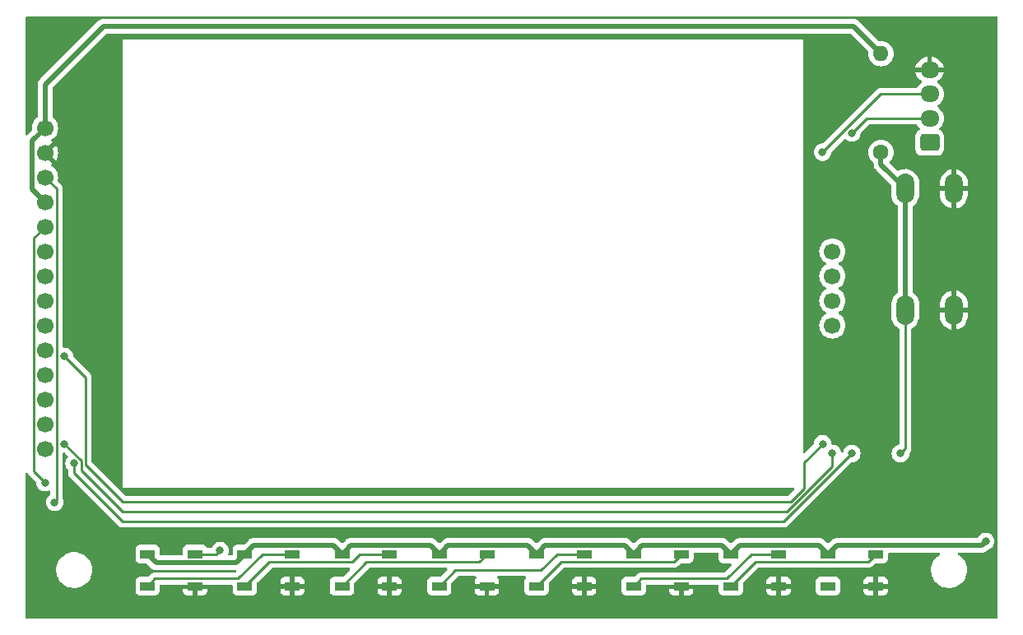
<source format=gbr>
%TF.GenerationSoftware,KiCad,Pcbnew,7.0.9*%
%TF.CreationDate,2025-01-19T18:06:07+09:00*%
%TF.ProjectId,06-UI,30362d55-492e-46b6-9963-61645f706362,rev?*%
%TF.SameCoordinates,Original*%
%TF.FileFunction,Copper,L1,Top*%
%TF.FilePolarity,Positive*%
%FSLAX46Y46*%
G04 Gerber Fmt 4.6, Leading zero omitted, Abs format (unit mm)*
G04 Created by KiCad (PCBNEW 7.0.9) date 2025-01-19 18:06:07*
%MOMM*%
%LPD*%
G01*
G04 APERTURE LIST*
G04 Aperture macros list*
%AMRoundRect*
0 Rectangle with rounded corners*
0 $1 Rounding radius*
0 $2 $3 $4 $5 $6 $7 $8 $9 X,Y pos of 4 corners*
0 Add a 4 corners polygon primitive as box body*
4,1,4,$2,$3,$4,$5,$6,$7,$8,$9,$2,$3,0*
0 Add four circle primitives for the rounded corners*
1,1,$1+$1,$2,$3*
1,1,$1+$1,$4,$5*
1,1,$1+$1,$6,$7*
1,1,$1+$1,$8,$9*
0 Add four rect primitives between the rounded corners*
20,1,$1+$1,$2,$3,$4,$5,0*
20,1,$1+$1,$4,$5,$6,$7,0*
20,1,$1+$1,$6,$7,$8,$9,0*
20,1,$1+$1,$8,$9,$2,$3,0*%
G04 Aperture macros list end*
%TA.AperFunction,ComponentPad*%
%ADD10O,1.950000X1.700000*%
%TD*%
%TA.AperFunction,ComponentPad*%
%ADD11RoundRect,0.250000X0.725000X-0.600000X0.725000X0.600000X-0.725000X0.600000X-0.725000X-0.600000X0*%
%TD*%
%TA.AperFunction,ComponentPad*%
%ADD12C,1.700000*%
%TD*%
%TA.AperFunction,ComponentPad*%
%ADD13O,1.850000X3.048000*%
%TD*%
%TA.AperFunction,ComponentPad*%
%ADD14O,1.600000X1.600000*%
%TD*%
%TA.AperFunction,ComponentPad*%
%ADD15C,1.600000*%
%TD*%
%TA.AperFunction,SMDPad,CuDef*%
%ADD16R,1.500000X0.900000*%
%TD*%
%TA.AperFunction,ViaPad*%
%ADD17C,0.800000*%
%TD*%
%TA.AperFunction,Conductor*%
%ADD18C,0.500000*%
%TD*%
%TA.AperFunction,Conductor*%
%ADD19C,0.250000*%
%TD*%
G04 APERTURE END LIST*
D10*
%TO.P,J1,4,Pin_4*%
%TO.N,GND*%
X143000000Y-55500000D03*
%TO.P,J1,3,Pin_3*%
%TO.N,TX*%
X143000000Y-58000000D03*
%TO.P,J1,2,Pin_2*%
%TO.N,RX*%
X143000000Y-60500000D03*
D11*
%TO.P,J1,1,Pin_1*%
%TO.N,+5V*%
X143000000Y-63000000D03*
%TD*%
D12*
%TO.P,U2,*%
%TO.N,*%
X133000000Y-81810000D03*
X133000000Y-79270000D03*
X133000000Y-76730000D03*
X133000000Y-74190000D03*
%TO.P,U2,1,VCC*%
%TO.N,+3V3*%
X52000000Y-61490000D03*
%TO.P,U2,2,GND*%
%TO.N,GND*%
X52000000Y-64030000D03*
%TO.P,U2,3,CS*%
%TO.N,Display_CS*%
X52000000Y-66570000D03*
%TO.P,U2,4,RESET*%
%TO.N,+3V3*%
X52000000Y-69110000D03*
%TO.P,U2,5,DC/RS*%
%TO.N,Display_DC*%
X52000000Y-71650000D03*
%TO.P,U2,6,MOSI*%
%TO.N,MOSI*%
X52000000Y-74190000D03*
%TO.P,U2,7,SCK*%
%TO.N,SCK*%
X52000000Y-76730000D03*
%TO.P,U2,8,LED*%
%TO.N,+3V3*%
X52000000Y-79270000D03*
%TO.P,U2,9,MISO*%
%TO.N,unconnected-(U2-MISO-Pad9)*%
X52000000Y-81810000D03*
%TO.P,U2,10,T_CLK*%
%TO.N,SCK*%
X52000000Y-84350000D03*
%TO.P,U2,11,T_CS*%
%TO.N,Touch_CS*%
X52000000Y-86890000D03*
%TO.P,U2,12,T_DIN*%
%TO.N,MOSI*%
X52000000Y-89430000D03*
%TO.P,U2,13,T_DOUT*%
%TO.N,MISO*%
X52000000Y-91970000D03*
%TO.P,U2,14,T_IRQ*%
%TO.N,Touch_IRQ*%
X52000000Y-94510000D03*
%TD*%
D13*
%TO.P,SW1,1,1*%
%TO.N,SW*%
X140500000Y-80240000D03*
X140500000Y-67740000D03*
%TO.P,SW1,2,2*%
%TO.N,GND*%
X145500000Y-80240000D03*
X145500000Y-67740000D03*
%TD*%
D14*
%TO.P,R1,2*%
%TO.N,+3V3*%
X138000000Y-53840000D03*
D15*
%TO.P,R1,1*%
%TO.N,SW*%
X138000000Y-64000000D03*
%TD*%
D16*
%TO.P,D8,1,VDD*%
%TO.N,+5V*%
X132550000Y-105350000D03*
%TO.P,D8,2,DOUT*%
%TO.N,unconnected-(D8-DOUT-Pad2)*%
X132550000Y-108650000D03*
%TO.P,D8,3,VSS*%
%TO.N,GND*%
X137450000Y-108650000D03*
%TO.P,D8,4,DIN*%
%TO.N,Net-(D7-DOUT)*%
X137450000Y-105350000D03*
%TD*%
%TO.P,D7,1,VDD*%
%TO.N,+5V*%
X122550000Y-105350000D03*
%TO.P,D7,2,DOUT*%
%TO.N,Net-(D7-DOUT)*%
X122550000Y-108650000D03*
%TO.P,D7,3,VSS*%
%TO.N,GND*%
X127450000Y-108650000D03*
%TO.P,D7,4,DIN*%
%TO.N,Net-(D6-DOUT)*%
X127450000Y-105350000D03*
%TD*%
%TO.P,D6,1,VDD*%
%TO.N,+5V*%
X112550000Y-105350000D03*
%TO.P,D6,2,DOUT*%
%TO.N,Net-(D6-DOUT)*%
X112550000Y-108650000D03*
%TO.P,D6,3,VSS*%
%TO.N,GND*%
X117450000Y-108650000D03*
%TO.P,D6,4,DIN*%
%TO.N,Net-(D5-DOUT)*%
X117450000Y-105350000D03*
%TD*%
%TO.P,D5,1,VDD*%
%TO.N,+5V*%
X102550000Y-105350000D03*
%TO.P,D5,2,DOUT*%
%TO.N,Net-(D5-DOUT)*%
X102550000Y-108650000D03*
%TO.P,D5,3,VSS*%
%TO.N,GND*%
X107450000Y-108650000D03*
%TO.P,D5,4,DIN*%
%TO.N,Net-(D4-DOUT)*%
X107450000Y-105350000D03*
%TD*%
%TO.P,D4,1,VDD*%
%TO.N,+5V*%
X92550000Y-105350000D03*
%TO.P,D4,2,DOUT*%
%TO.N,Net-(D4-DOUT)*%
X92550000Y-108650000D03*
%TO.P,D4,3,VSS*%
%TO.N,GND*%
X97450000Y-108650000D03*
%TO.P,D4,4,DIN*%
%TO.N,Net-(D3-DOUT)*%
X97450000Y-105350000D03*
%TD*%
%TO.P,D3,1,VDD*%
%TO.N,+5V*%
X82550000Y-105350000D03*
%TO.P,D3,2,DOUT*%
%TO.N,Net-(D3-DOUT)*%
X82550000Y-108650000D03*
%TO.P,D3,3,VSS*%
%TO.N,GND*%
X87450000Y-108650000D03*
%TO.P,D3,4,DIN*%
%TO.N,Net-(D2-DOUT)*%
X87450000Y-105350000D03*
%TD*%
%TO.P,D2,1,VDD*%
%TO.N,+5V*%
X72550000Y-105350000D03*
%TO.P,D2,2,DOUT*%
%TO.N,Net-(D2-DOUT)*%
X72550000Y-108650000D03*
%TO.P,D2,3,VSS*%
%TO.N,GND*%
X77450000Y-108650000D03*
%TO.P,D2,4,DIN*%
%TO.N,Net-(D1-DOUT)*%
X77450000Y-105350000D03*
%TD*%
%TO.P,D1,1,VDD*%
%TO.N,+5V*%
X62550000Y-105350000D03*
%TO.P,D1,2,DOUT*%
%TO.N,Net-(D1-DOUT)*%
X62550000Y-108650000D03*
%TO.P,D1,3,VSS*%
%TO.N,GND*%
X67450000Y-108650000D03*
%TO.P,D1,4,DIN*%
%TO.N,WS2812B*%
X67450000Y-105350000D03*
%TD*%
D17*
%TO.N,GND*%
X129540000Y-102235000D03*
X148590000Y-80010000D03*
X137795000Y-70485000D03*
X143510000Y-82550000D03*
X145415000Y-71120000D03*
X142240000Y-74295000D03*
X137160000Y-66040000D03*
X140970000Y-56515000D03*
X137795000Y-56515000D03*
X137795000Y-61595000D03*
X143510000Y-65405000D03*
X147320000Y-64135000D03*
X148590000Y-50800000D03*
X137160000Y-50800000D03*
X135255000Y-53975000D03*
X130810000Y-62230000D03*
X53975000Y-57785000D03*
X58420000Y-52705000D03*
X50800000Y-59690000D03*
X55880000Y-50800000D03*
X54610000Y-74295000D03*
X56515000Y-85090000D03*
X62865000Y-103505000D03*
X59055000Y-96520000D03*
X50800000Y-99060000D03*
X51435000Y-110490000D03*
X149225000Y-111125000D03*
X147320000Y-99060000D03*
X141605000Y-89535000D03*
X147320000Y-89535000D03*
X138430000Y-99060000D03*
X135890000Y-99060000D03*
X139065000Y-92710000D03*
X132715000Y-99060000D03*
%TO.N,SW*%
X140000000Y-95000000D03*
%TO.N,MOSI*%
X54987701Y-96012299D03*
X135000000Y-95000000D03*
%TO.N,MISO*%
X54000000Y-94000000D03*
X133000000Y-95000000D03*
%TO.N,SCK*%
X54000000Y-85000000D03*
X132000000Y-94000000D03*
%TO.N,Display_CS*%
X52987701Y-100012299D03*
%TO.N,Display_DC*%
X52000000Y-98000000D03*
%TO.N,WS2812B*%
X70000000Y-105000000D03*
%TO.N,+5V*%
X148770710Y-104047808D03*
%TO.N,TX*%
X131987701Y-63987701D03*
%TO.N,RX*%
X135000000Y-62000000D03*
%TD*%
D18*
%TO.N,SW*%
X140500000Y-67740000D02*
X140500000Y-80240000D01*
D19*
X140000000Y-95000000D02*
X140500000Y-94500000D01*
X140500000Y-94500000D02*
X140500000Y-80240000D01*
D18*
%TO.N,+3V3*%
X135160000Y-51000000D02*
X138000000Y-53840000D01*
X58000000Y-51000000D02*
X135160000Y-51000000D01*
X52000000Y-57000000D02*
X58000000Y-51000000D01*
X52000000Y-61490000D02*
X52000000Y-57000000D01*
D19*
%TO.N,SCK*%
X56162701Y-96162701D02*
X56162701Y-87162701D01*
X128696777Y-100000000D02*
X60000000Y-100000000D01*
X56162701Y-87162701D02*
X54000000Y-85000000D01*
X130125000Y-98571777D02*
X128696777Y-100000000D01*
X60000000Y-100000000D02*
X56162701Y-96162701D01*
X130125000Y-95875000D02*
X130125000Y-98571777D01*
X132000000Y-94000000D02*
X130125000Y-95875000D01*
%TO.N,MISO*%
X55712701Y-95712701D02*
X54000000Y-94000000D01*
X55712701Y-96712701D02*
X55712701Y-95712701D01*
X60000000Y-101000000D02*
X55712701Y-96712701D01*
X133000000Y-96333173D02*
X128333173Y-101000000D01*
X128333173Y-101000000D02*
X60000000Y-101000000D01*
X133000000Y-95000000D02*
X133000000Y-96333173D01*
%TO.N,MOSI*%
X54987701Y-96987701D02*
X54987701Y-96012299D01*
X60000000Y-102000000D02*
X54987701Y-96987701D01*
X128000000Y-102000000D02*
X60000000Y-102000000D01*
X135000000Y-95000000D02*
X128000000Y-102000000D01*
D18*
%TO.N,+3V3*%
X50700000Y-62790000D02*
X50700000Y-67810000D01*
X50700000Y-67810000D02*
X52000000Y-69110000D01*
X52000000Y-61490000D02*
X50700000Y-62790000D01*
D19*
%TO.N,Display_CS*%
X53175000Y-67745000D02*
X52000000Y-66570000D01*
X53175000Y-99825000D02*
X53175000Y-67745000D01*
X52987701Y-100012299D02*
X53175000Y-99825000D01*
%TO.N,Display_DC*%
X50825000Y-72825000D02*
X52000000Y-71650000D01*
X50825000Y-96825000D02*
X50825000Y-72825000D01*
X52000000Y-98000000D02*
X50825000Y-96825000D01*
D18*
%TO.N,+5V*%
X133450000Y-104450000D02*
X132550000Y-105350000D01*
X148368518Y-104450000D02*
X133450000Y-104450000D01*
X148770710Y-104047808D02*
X148368518Y-104450000D01*
D19*
%TO.N,WS2812B*%
X70000000Y-105000000D02*
X69650000Y-105350000D01*
X69650000Y-105350000D02*
X67450000Y-105350000D01*
D18*
%TO.N,+5V*%
X63450000Y-106250000D02*
X62550000Y-105350000D01*
X71650000Y-106250000D02*
X63450000Y-106250000D01*
X72550000Y-105350000D02*
X71650000Y-106250000D01*
X73450000Y-104450000D02*
X72550000Y-105350000D01*
X81650000Y-104450000D02*
X73450000Y-104450000D01*
X82550000Y-105350000D02*
X81650000Y-104450000D01*
X83450000Y-104450000D02*
X82550000Y-105350000D01*
X92550000Y-105350000D02*
X91650000Y-104450000D01*
X91650000Y-104450000D02*
X83450000Y-104450000D01*
X93450000Y-104450000D02*
X92550000Y-105350000D01*
X101650000Y-104450000D02*
X93450000Y-104450000D01*
X102550000Y-105350000D02*
X101650000Y-104450000D01*
X111650000Y-104450000D02*
X103450000Y-104450000D01*
X112550000Y-105350000D02*
X111650000Y-104450000D01*
X103450000Y-104450000D02*
X102550000Y-105350000D01*
X113450000Y-104450000D02*
X112550000Y-105350000D01*
X121650000Y-104450000D02*
X113450000Y-104450000D01*
X122550000Y-105350000D02*
X121650000Y-104450000D01*
X131650000Y-104450000D02*
X123450000Y-104450000D01*
X123450000Y-104450000D02*
X122550000Y-105350000D01*
X132550000Y-105350000D02*
X131650000Y-104450000D01*
D19*
%TO.N,TX*%
X131987701Y-63986994D02*
X131987701Y-63987701D01*
X137974695Y-58000000D02*
X131987701Y-63986994D01*
X143000000Y-58000000D02*
X137974695Y-58000000D01*
%TO.N,RX*%
X135000000Y-62000000D02*
X136500000Y-60500000D01*
X136500000Y-60500000D02*
X143000000Y-60500000D01*
D18*
%TO.N,SW*%
X138000000Y-65240000D02*
X140500000Y-67740000D01*
X138000000Y-64000000D02*
X138000000Y-65240000D01*
D19*
%TO.N,Net-(D1-DOUT)*%
X71875000Y-107875000D02*
X63325000Y-107875000D01*
X74400000Y-105350000D02*
X71875000Y-107875000D01*
X77450000Y-105350000D02*
X74400000Y-105350000D01*
X63325000Y-107875000D02*
X62550000Y-108650000D01*
%TO.N,Net-(D2-DOUT)*%
X75075000Y-106125000D02*
X72550000Y-108650000D01*
X83625000Y-106125000D02*
X75075000Y-106125000D01*
X84400000Y-105350000D02*
X83625000Y-106125000D01*
X87450000Y-105350000D02*
X84400000Y-105350000D01*
%TO.N,Net-(D3-DOUT)*%
X85075000Y-106125000D02*
X82550000Y-108650000D01*
X96675000Y-106125000D02*
X85075000Y-106125000D01*
X97450000Y-105350000D02*
X96675000Y-106125000D01*
%TO.N,Net-(D4-DOUT)*%
X103000000Y-107000000D02*
X94200000Y-107000000D01*
X104650000Y-105350000D02*
X103000000Y-107000000D01*
X94200000Y-107000000D02*
X92550000Y-108650000D01*
X107450000Y-105350000D02*
X104650000Y-105350000D01*
%TO.N,Net-(D5-DOUT)*%
X105075000Y-106125000D02*
X102550000Y-108650000D01*
X117450000Y-105350000D02*
X116675000Y-106125000D01*
X116675000Y-106125000D02*
X105075000Y-106125000D01*
%TO.N,Net-(D6-DOUT)*%
X122125000Y-107875000D02*
X113325000Y-107875000D01*
X113325000Y-107875000D02*
X112550000Y-108650000D01*
X124650000Y-105350000D02*
X122125000Y-107875000D01*
X127450000Y-105350000D02*
X124650000Y-105350000D01*
%TO.N,Net-(D7-DOUT)*%
X125075000Y-106125000D02*
X122550000Y-108650000D01*
X136675000Y-106125000D02*
X125075000Y-106125000D01*
X137450000Y-105350000D02*
X136675000Y-106125000D01*
%TD*%
%TA.AperFunction,Conductor*%
%TO.N,GND*%
G36*
X58015125Y-50012794D02*
G01*
X58039555Y-50001716D01*
X58056878Y-50000500D01*
X135181639Y-50000500D01*
X135212157Y-50009461D01*
X135234348Y-50000916D01*
X135244502Y-50000500D01*
X149875500Y-50000500D01*
X149942539Y-50020185D01*
X149988294Y-50072989D01*
X149999500Y-50124500D01*
X149999500Y-111875500D01*
X149979815Y-111942539D01*
X149927011Y-111988294D01*
X149875500Y-111999500D01*
X50124500Y-111999500D01*
X50057461Y-111979815D01*
X50011706Y-111927011D01*
X50000500Y-111875500D01*
X50000500Y-109147870D01*
X61299500Y-109147870D01*
X61299501Y-109147876D01*
X61305908Y-109207483D01*
X61356202Y-109342328D01*
X61356206Y-109342335D01*
X61442452Y-109457544D01*
X61442455Y-109457547D01*
X61557664Y-109543793D01*
X61557671Y-109543797D01*
X61692517Y-109594091D01*
X61692516Y-109594091D01*
X61699444Y-109594835D01*
X61752127Y-109600500D01*
X63347872Y-109600499D01*
X63407483Y-109594091D01*
X63542331Y-109543796D01*
X63657546Y-109457546D01*
X63743796Y-109342331D01*
X63794091Y-109207483D01*
X63800500Y-109147873D01*
X63800500Y-108900000D01*
X66200000Y-108900000D01*
X66200000Y-109147844D01*
X66206401Y-109207372D01*
X66206403Y-109207379D01*
X66256645Y-109342086D01*
X66256649Y-109342093D01*
X66342809Y-109457187D01*
X66342812Y-109457190D01*
X66457906Y-109543350D01*
X66457913Y-109543354D01*
X66592620Y-109593596D01*
X66592627Y-109593598D01*
X66652155Y-109599999D01*
X66652172Y-109600000D01*
X67200000Y-109600000D01*
X67200000Y-108900000D01*
X67700000Y-108900000D01*
X67700000Y-109600000D01*
X68247828Y-109600000D01*
X68247844Y-109599999D01*
X68307372Y-109593598D01*
X68307379Y-109593596D01*
X68442086Y-109543354D01*
X68442093Y-109543350D01*
X68557187Y-109457190D01*
X68557190Y-109457187D01*
X68643350Y-109342093D01*
X68643354Y-109342086D01*
X68693596Y-109207379D01*
X68693598Y-109207372D01*
X68699999Y-109147844D01*
X68700000Y-109147827D01*
X68700000Y-108900000D01*
X67700000Y-108900000D01*
X67200000Y-108900000D01*
X66200000Y-108900000D01*
X63800500Y-108900000D01*
X63800499Y-108624499D01*
X63820183Y-108557461D01*
X63872987Y-108511706D01*
X63924499Y-108500500D01*
X71175500Y-108500500D01*
X71242539Y-108520185D01*
X71288294Y-108572989D01*
X71299500Y-108624500D01*
X71299500Y-109147870D01*
X71299501Y-109147876D01*
X71305908Y-109207483D01*
X71356202Y-109342328D01*
X71356206Y-109342335D01*
X71442452Y-109457544D01*
X71442455Y-109457547D01*
X71557664Y-109543793D01*
X71557671Y-109543797D01*
X71692517Y-109594091D01*
X71692516Y-109594091D01*
X71699444Y-109594835D01*
X71752127Y-109600500D01*
X73347872Y-109600499D01*
X73407483Y-109594091D01*
X73542331Y-109543796D01*
X73657546Y-109457546D01*
X73743796Y-109342331D01*
X73794091Y-109207483D01*
X73800500Y-109147873D01*
X73800500Y-108900000D01*
X76200000Y-108900000D01*
X76200000Y-109147844D01*
X76206401Y-109207372D01*
X76206403Y-109207379D01*
X76256645Y-109342086D01*
X76256649Y-109342093D01*
X76342809Y-109457187D01*
X76342812Y-109457190D01*
X76457906Y-109543350D01*
X76457913Y-109543354D01*
X76592620Y-109593596D01*
X76592627Y-109593598D01*
X76652155Y-109599999D01*
X76652172Y-109600000D01*
X77200000Y-109600000D01*
X77200000Y-108900000D01*
X77700000Y-108900000D01*
X77700000Y-109600000D01*
X78247828Y-109600000D01*
X78247844Y-109599999D01*
X78307372Y-109593598D01*
X78307379Y-109593596D01*
X78442086Y-109543354D01*
X78442093Y-109543350D01*
X78557187Y-109457190D01*
X78557190Y-109457187D01*
X78643350Y-109342093D01*
X78643354Y-109342086D01*
X78693596Y-109207379D01*
X78693598Y-109207372D01*
X78699999Y-109147844D01*
X78700000Y-109147827D01*
X78700000Y-108900000D01*
X77700000Y-108900000D01*
X77200000Y-108900000D01*
X76200000Y-108900000D01*
X73800500Y-108900000D01*
X73800499Y-108400000D01*
X76200000Y-108400000D01*
X77200000Y-108400000D01*
X77200000Y-107700000D01*
X77700000Y-107700000D01*
X77700000Y-108400000D01*
X78700000Y-108400000D01*
X78700000Y-108152172D01*
X78699999Y-108152155D01*
X78693598Y-108092627D01*
X78693596Y-108092620D01*
X78643354Y-107957913D01*
X78643350Y-107957906D01*
X78557190Y-107842812D01*
X78557187Y-107842809D01*
X78442093Y-107756649D01*
X78442086Y-107756645D01*
X78307379Y-107706403D01*
X78307372Y-107706401D01*
X78247844Y-107700000D01*
X77700000Y-107700000D01*
X77200000Y-107700000D01*
X76652155Y-107700000D01*
X76592627Y-107706401D01*
X76592620Y-107706403D01*
X76457913Y-107756645D01*
X76457906Y-107756649D01*
X76342812Y-107842809D01*
X76342809Y-107842812D01*
X76256649Y-107957906D01*
X76256645Y-107957913D01*
X76206403Y-108092620D01*
X76206401Y-108092627D01*
X76200000Y-108152155D01*
X76200000Y-108400000D01*
X73800499Y-108400000D01*
X73800499Y-108335451D01*
X73820183Y-108268413D01*
X73836813Y-108247776D01*
X75297772Y-106786819D01*
X75359095Y-106753334D01*
X75385453Y-106750500D01*
X83265546Y-106750500D01*
X83332585Y-106770185D01*
X83378340Y-106822989D01*
X83388284Y-106892147D01*
X83359259Y-106955703D01*
X83353227Y-106962181D01*
X82652226Y-107663181D01*
X82590903Y-107696666D01*
X82564545Y-107699500D01*
X81752129Y-107699500D01*
X81752123Y-107699501D01*
X81692516Y-107705908D01*
X81557671Y-107756202D01*
X81557664Y-107756206D01*
X81442455Y-107842452D01*
X81442452Y-107842455D01*
X81356206Y-107957664D01*
X81356202Y-107957671D01*
X81305908Y-108092517D01*
X81299501Y-108152116D01*
X81299501Y-108152123D01*
X81299500Y-108152135D01*
X81299500Y-109147870D01*
X81299501Y-109147876D01*
X81305908Y-109207483D01*
X81356202Y-109342328D01*
X81356206Y-109342335D01*
X81442452Y-109457544D01*
X81442455Y-109457547D01*
X81557664Y-109543793D01*
X81557671Y-109543797D01*
X81692517Y-109594091D01*
X81692516Y-109594091D01*
X81699444Y-109594835D01*
X81752127Y-109600500D01*
X83347872Y-109600499D01*
X83407483Y-109594091D01*
X83542331Y-109543796D01*
X83657546Y-109457546D01*
X83743796Y-109342331D01*
X83794091Y-109207483D01*
X83800500Y-109147873D01*
X83800500Y-108900000D01*
X86200000Y-108900000D01*
X86200000Y-109147844D01*
X86206401Y-109207372D01*
X86206403Y-109207379D01*
X86256645Y-109342086D01*
X86256649Y-109342093D01*
X86342809Y-109457187D01*
X86342812Y-109457190D01*
X86457906Y-109543350D01*
X86457913Y-109543354D01*
X86592620Y-109593596D01*
X86592627Y-109593598D01*
X86652155Y-109599999D01*
X86652172Y-109600000D01*
X87200000Y-109600000D01*
X87200000Y-108900000D01*
X87700000Y-108900000D01*
X87700000Y-109600000D01*
X88247828Y-109600000D01*
X88247844Y-109599999D01*
X88307372Y-109593598D01*
X88307379Y-109593596D01*
X88442086Y-109543354D01*
X88442093Y-109543350D01*
X88557187Y-109457190D01*
X88557190Y-109457187D01*
X88643350Y-109342093D01*
X88643354Y-109342086D01*
X88693596Y-109207379D01*
X88693598Y-109207372D01*
X88699999Y-109147844D01*
X88700000Y-109147827D01*
X88700000Y-108900000D01*
X87700000Y-108900000D01*
X87200000Y-108900000D01*
X86200000Y-108900000D01*
X83800500Y-108900000D01*
X83800499Y-108400000D01*
X86200000Y-108400000D01*
X87200000Y-108400000D01*
X87200000Y-107700000D01*
X87700000Y-107700000D01*
X87700000Y-108400000D01*
X88700000Y-108400000D01*
X88700000Y-108152172D01*
X88699999Y-108152155D01*
X88693598Y-108092627D01*
X88693596Y-108092620D01*
X88643354Y-107957913D01*
X88643350Y-107957906D01*
X88557190Y-107842812D01*
X88557187Y-107842809D01*
X88442093Y-107756649D01*
X88442086Y-107756645D01*
X88307379Y-107706403D01*
X88307372Y-107706401D01*
X88247844Y-107700000D01*
X87700000Y-107700000D01*
X87200000Y-107700000D01*
X86652155Y-107700000D01*
X86592627Y-107706401D01*
X86592620Y-107706403D01*
X86457913Y-107756645D01*
X86457906Y-107756649D01*
X86342812Y-107842809D01*
X86342809Y-107842812D01*
X86256649Y-107957906D01*
X86256645Y-107957913D01*
X86206403Y-108092620D01*
X86206401Y-108092627D01*
X86200000Y-108152155D01*
X86200000Y-108400000D01*
X83800499Y-108400000D01*
X83800499Y-108335451D01*
X83820183Y-108268413D01*
X83836813Y-108247776D01*
X85297772Y-106786819D01*
X85359095Y-106753334D01*
X85385453Y-106750500D01*
X93265547Y-106750500D01*
X93332586Y-106770185D01*
X93378341Y-106822989D01*
X93388285Y-106892147D01*
X93359260Y-106955703D01*
X93353228Y-106962181D01*
X92652226Y-107663181D01*
X92590903Y-107696666D01*
X92564545Y-107699500D01*
X91752129Y-107699500D01*
X91752123Y-107699501D01*
X91692516Y-107705908D01*
X91557671Y-107756202D01*
X91557664Y-107756206D01*
X91442455Y-107842452D01*
X91442452Y-107842455D01*
X91356206Y-107957664D01*
X91356202Y-107957671D01*
X91305908Y-108092517D01*
X91299501Y-108152116D01*
X91299501Y-108152123D01*
X91299500Y-108152135D01*
X91299500Y-109147870D01*
X91299501Y-109147876D01*
X91305908Y-109207483D01*
X91356202Y-109342328D01*
X91356206Y-109342335D01*
X91442452Y-109457544D01*
X91442455Y-109457547D01*
X91557664Y-109543793D01*
X91557671Y-109543797D01*
X91692517Y-109594091D01*
X91692516Y-109594091D01*
X91699444Y-109594835D01*
X91752127Y-109600500D01*
X93347872Y-109600499D01*
X93407483Y-109594091D01*
X93542331Y-109543796D01*
X93657546Y-109457546D01*
X93743796Y-109342331D01*
X93794091Y-109207483D01*
X93800500Y-109147873D01*
X93800500Y-108900000D01*
X96200000Y-108900000D01*
X96200000Y-109147844D01*
X96206401Y-109207372D01*
X96206403Y-109207379D01*
X96256645Y-109342086D01*
X96256649Y-109342093D01*
X96342809Y-109457187D01*
X96342812Y-109457190D01*
X96457906Y-109543350D01*
X96457913Y-109543354D01*
X96592620Y-109593596D01*
X96592627Y-109593598D01*
X96652155Y-109599999D01*
X96652172Y-109600000D01*
X97200000Y-109600000D01*
X97200000Y-108900000D01*
X97700000Y-108900000D01*
X97700000Y-109600000D01*
X98247828Y-109600000D01*
X98247844Y-109599999D01*
X98307372Y-109593598D01*
X98307379Y-109593596D01*
X98442086Y-109543354D01*
X98442093Y-109543350D01*
X98557187Y-109457190D01*
X98557190Y-109457187D01*
X98643350Y-109342093D01*
X98643354Y-109342086D01*
X98693596Y-109207379D01*
X98693598Y-109207372D01*
X98699999Y-109147844D01*
X98700000Y-109147827D01*
X98700000Y-108900000D01*
X97700000Y-108900000D01*
X97200000Y-108900000D01*
X96200000Y-108900000D01*
X93800500Y-108900000D01*
X93800499Y-108335451D01*
X93820183Y-108268413D01*
X93836813Y-108247776D01*
X94422772Y-107661819D01*
X94484095Y-107628334D01*
X94510453Y-107625500D01*
X96260760Y-107625500D01*
X96327799Y-107645185D01*
X96373554Y-107697989D01*
X96383498Y-107767147D01*
X96354473Y-107830703D01*
X96348441Y-107837181D01*
X96342809Y-107842812D01*
X96256649Y-107957906D01*
X96256645Y-107957913D01*
X96206403Y-108092620D01*
X96206401Y-108092627D01*
X96200000Y-108152155D01*
X96200000Y-108400000D01*
X98700000Y-108400000D01*
X98700000Y-108152172D01*
X98699999Y-108152155D01*
X98693598Y-108092627D01*
X98693596Y-108092620D01*
X98643354Y-107957913D01*
X98643350Y-107957906D01*
X98557190Y-107842812D01*
X98551559Y-107837181D01*
X98518074Y-107775858D01*
X98523058Y-107706166D01*
X98564930Y-107650233D01*
X98630394Y-107625816D01*
X98639240Y-107625500D01*
X101360046Y-107625500D01*
X101427085Y-107645185D01*
X101472840Y-107697989D01*
X101482784Y-107767147D01*
X101453759Y-107830703D01*
X101447727Y-107837181D01*
X101442452Y-107842455D01*
X101356206Y-107957664D01*
X101356202Y-107957671D01*
X101305908Y-108092517D01*
X101299501Y-108152116D01*
X101299501Y-108152123D01*
X101299500Y-108152135D01*
X101299500Y-109147870D01*
X101299501Y-109147876D01*
X101305908Y-109207483D01*
X101356202Y-109342328D01*
X101356206Y-109342335D01*
X101442452Y-109457544D01*
X101442455Y-109457547D01*
X101557664Y-109543793D01*
X101557671Y-109543797D01*
X101692517Y-109594091D01*
X101692516Y-109594091D01*
X101699444Y-109594835D01*
X101752127Y-109600500D01*
X103347872Y-109600499D01*
X103407483Y-109594091D01*
X103542331Y-109543796D01*
X103657546Y-109457546D01*
X103743796Y-109342331D01*
X103794091Y-109207483D01*
X103800500Y-109147873D01*
X103800500Y-108900000D01*
X106200000Y-108900000D01*
X106200000Y-109147844D01*
X106206401Y-109207372D01*
X106206403Y-109207379D01*
X106256645Y-109342086D01*
X106256649Y-109342093D01*
X106342809Y-109457187D01*
X106342812Y-109457190D01*
X106457906Y-109543350D01*
X106457913Y-109543354D01*
X106592620Y-109593596D01*
X106592627Y-109593598D01*
X106652155Y-109599999D01*
X106652172Y-109600000D01*
X107200000Y-109600000D01*
X107200000Y-108900000D01*
X107700000Y-108900000D01*
X107700000Y-109600000D01*
X108247828Y-109600000D01*
X108247844Y-109599999D01*
X108307372Y-109593598D01*
X108307379Y-109593596D01*
X108442086Y-109543354D01*
X108442093Y-109543350D01*
X108557187Y-109457190D01*
X108557190Y-109457187D01*
X108643350Y-109342093D01*
X108643354Y-109342086D01*
X108693596Y-109207379D01*
X108693598Y-109207372D01*
X108699999Y-109147844D01*
X108700000Y-109147827D01*
X108700000Y-108900000D01*
X107700000Y-108900000D01*
X107200000Y-108900000D01*
X106200000Y-108900000D01*
X103800500Y-108900000D01*
X103800499Y-108400000D01*
X106200000Y-108400000D01*
X107200000Y-108400000D01*
X107200000Y-107700000D01*
X107700000Y-107700000D01*
X107700000Y-108400000D01*
X108700000Y-108400000D01*
X108700000Y-108152172D01*
X108699999Y-108152155D01*
X108693598Y-108092627D01*
X108693596Y-108092620D01*
X108643354Y-107957913D01*
X108643350Y-107957906D01*
X108557190Y-107842812D01*
X108557187Y-107842809D01*
X108442093Y-107756649D01*
X108442086Y-107756645D01*
X108307379Y-107706403D01*
X108307372Y-107706401D01*
X108247844Y-107700000D01*
X107700000Y-107700000D01*
X107200000Y-107700000D01*
X106652155Y-107700000D01*
X106592627Y-107706401D01*
X106592620Y-107706403D01*
X106457913Y-107756645D01*
X106457906Y-107756649D01*
X106342812Y-107842809D01*
X106342809Y-107842812D01*
X106256649Y-107957906D01*
X106256645Y-107957913D01*
X106206403Y-108092620D01*
X106206401Y-108092627D01*
X106200000Y-108152155D01*
X106200000Y-108400000D01*
X103800499Y-108400000D01*
X103800499Y-108335451D01*
X103820183Y-108268413D01*
X103836813Y-108247776D01*
X105297772Y-106786819D01*
X105359095Y-106753334D01*
X105385453Y-106750500D01*
X116592257Y-106750500D01*
X116607877Y-106752224D01*
X116607904Y-106751939D01*
X116615660Y-106752671D01*
X116615667Y-106752673D01*
X116684814Y-106750500D01*
X116714350Y-106750500D01*
X116721228Y-106749630D01*
X116727041Y-106749172D01*
X116773627Y-106747709D01*
X116792869Y-106742117D01*
X116811912Y-106738174D01*
X116831792Y-106735664D01*
X116875122Y-106718507D01*
X116880646Y-106716617D01*
X116884396Y-106715527D01*
X116925390Y-106703618D01*
X116942629Y-106693422D01*
X116960103Y-106684862D01*
X116978727Y-106677488D01*
X116978727Y-106677487D01*
X116978732Y-106677486D01*
X117016449Y-106650082D01*
X117021305Y-106646892D01*
X117061420Y-106623170D01*
X117075589Y-106608999D01*
X117090379Y-106596368D01*
X117106587Y-106584594D01*
X117136299Y-106548676D01*
X117140212Y-106544376D01*
X117347771Y-106336818D01*
X117409094Y-106303333D01*
X117435452Y-106300499D01*
X118247871Y-106300499D01*
X118247872Y-106300499D01*
X118307483Y-106294091D01*
X118442331Y-106243796D01*
X118557546Y-106157546D01*
X118643796Y-106042331D01*
X118694091Y-105907483D01*
X118700500Y-105847873D01*
X118700499Y-105324499D01*
X118720183Y-105257461D01*
X118772987Y-105211706D01*
X118824499Y-105200500D01*
X121175500Y-105200500D01*
X121242539Y-105220185D01*
X121288294Y-105272989D01*
X121299500Y-105324500D01*
X121299500Y-105847870D01*
X121299501Y-105847876D01*
X121305908Y-105907483D01*
X121356202Y-106042328D01*
X121356206Y-106042335D01*
X121442452Y-106157544D01*
X121442455Y-106157547D01*
X121557664Y-106243793D01*
X121557671Y-106243797D01*
X121692517Y-106294091D01*
X121692516Y-106294091D01*
X121699444Y-106294835D01*
X121752127Y-106300500D01*
X122515546Y-106300499D01*
X122582585Y-106320183D01*
X122628340Y-106372987D01*
X122638284Y-106442146D01*
X122609259Y-106505702D01*
X122603227Y-106512180D01*
X121902228Y-107213181D01*
X121840905Y-107246666D01*
X121814547Y-107249500D01*
X113407743Y-107249500D01*
X113392122Y-107247775D01*
X113392095Y-107248061D01*
X113384333Y-107247326D01*
X113315172Y-107249500D01*
X113285649Y-107249500D01*
X113278778Y-107250367D01*
X113272959Y-107250825D01*
X113226374Y-107252289D01*
X113226368Y-107252290D01*
X113207126Y-107257880D01*
X113188087Y-107261823D01*
X113168217Y-107264334D01*
X113168200Y-107264338D01*
X113124882Y-107281488D01*
X113119358Y-107283379D01*
X113074607Y-107296383D01*
X113074604Y-107296384D01*
X113057358Y-107306583D01*
X113039893Y-107315139D01*
X113034010Y-107317468D01*
X113021266Y-107322514D01*
X112983572Y-107349899D01*
X112978691Y-107353105D01*
X112938580Y-107376828D01*
X112924408Y-107391000D01*
X112909623Y-107403628D01*
X112893412Y-107415407D01*
X112863709Y-107451310D01*
X112859777Y-107455631D01*
X112652226Y-107663181D01*
X112590903Y-107696666D01*
X112564545Y-107699500D01*
X111752129Y-107699500D01*
X111752123Y-107699501D01*
X111692516Y-107705908D01*
X111557671Y-107756202D01*
X111557664Y-107756206D01*
X111442455Y-107842452D01*
X111442452Y-107842455D01*
X111356206Y-107957664D01*
X111356202Y-107957671D01*
X111305908Y-108092517D01*
X111299501Y-108152116D01*
X111299501Y-108152123D01*
X111299500Y-108152135D01*
X111299500Y-109147870D01*
X111299501Y-109147876D01*
X111305908Y-109207483D01*
X111356202Y-109342328D01*
X111356206Y-109342335D01*
X111442452Y-109457544D01*
X111442455Y-109457547D01*
X111557664Y-109543793D01*
X111557671Y-109543797D01*
X111692517Y-109594091D01*
X111692516Y-109594091D01*
X111699444Y-109594835D01*
X111752127Y-109600500D01*
X113347872Y-109600499D01*
X113407483Y-109594091D01*
X113542331Y-109543796D01*
X113657546Y-109457546D01*
X113743796Y-109342331D01*
X113794091Y-109207483D01*
X113800500Y-109147873D01*
X113800500Y-108900000D01*
X116200000Y-108900000D01*
X116200000Y-109147844D01*
X116206401Y-109207372D01*
X116206403Y-109207379D01*
X116256645Y-109342086D01*
X116256649Y-109342093D01*
X116342809Y-109457187D01*
X116342812Y-109457190D01*
X116457906Y-109543350D01*
X116457913Y-109543354D01*
X116592620Y-109593596D01*
X116592627Y-109593598D01*
X116652155Y-109599999D01*
X116652172Y-109600000D01*
X117200000Y-109600000D01*
X117200000Y-108900000D01*
X117700000Y-108900000D01*
X117700000Y-109600000D01*
X118247828Y-109600000D01*
X118247844Y-109599999D01*
X118307372Y-109593598D01*
X118307379Y-109593596D01*
X118442086Y-109543354D01*
X118442093Y-109543350D01*
X118557187Y-109457190D01*
X118557190Y-109457187D01*
X118643350Y-109342093D01*
X118643354Y-109342086D01*
X118693596Y-109207379D01*
X118693598Y-109207372D01*
X118699999Y-109147844D01*
X118700000Y-109147827D01*
X118700000Y-108900000D01*
X117700000Y-108900000D01*
X117200000Y-108900000D01*
X116200000Y-108900000D01*
X113800500Y-108900000D01*
X113800499Y-108624499D01*
X113820183Y-108557461D01*
X113872987Y-108511706D01*
X113924499Y-108500500D01*
X121175500Y-108500500D01*
X121242539Y-108520185D01*
X121288294Y-108572989D01*
X121299500Y-108624500D01*
X121299500Y-109147870D01*
X121299501Y-109147876D01*
X121305908Y-109207483D01*
X121356202Y-109342328D01*
X121356206Y-109342335D01*
X121442452Y-109457544D01*
X121442455Y-109457547D01*
X121557664Y-109543793D01*
X121557671Y-109543797D01*
X121692517Y-109594091D01*
X121692516Y-109594091D01*
X121699444Y-109594835D01*
X121752127Y-109600500D01*
X123347872Y-109600499D01*
X123407483Y-109594091D01*
X123542331Y-109543796D01*
X123657546Y-109457546D01*
X123743796Y-109342331D01*
X123794091Y-109207483D01*
X123800500Y-109147873D01*
X123800500Y-108900000D01*
X126200000Y-108900000D01*
X126200000Y-109147844D01*
X126206401Y-109207372D01*
X126206403Y-109207379D01*
X126256645Y-109342086D01*
X126256649Y-109342093D01*
X126342809Y-109457187D01*
X126342812Y-109457190D01*
X126457906Y-109543350D01*
X126457913Y-109543354D01*
X126592620Y-109593596D01*
X126592627Y-109593598D01*
X126652155Y-109599999D01*
X126652172Y-109600000D01*
X127200000Y-109600000D01*
X127200000Y-108900000D01*
X127700000Y-108900000D01*
X127700000Y-109600000D01*
X128247828Y-109600000D01*
X128247844Y-109599999D01*
X128307372Y-109593598D01*
X128307379Y-109593596D01*
X128442086Y-109543354D01*
X128442093Y-109543350D01*
X128557187Y-109457190D01*
X128557190Y-109457187D01*
X128643350Y-109342093D01*
X128643354Y-109342086D01*
X128693596Y-109207379D01*
X128693598Y-109207372D01*
X128699996Y-109147870D01*
X131299500Y-109147870D01*
X131299501Y-109147876D01*
X131305908Y-109207483D01*
X131356202Y-109342328D01*
X131356206Y-109342335D01*
X131442452Y-109457544D01*
X131442455Y-109457547D01*
X131557664Y-109543793D01*
X131557671Y-109543797D01*
X131692517Y-109594091D01*
X131692516Y-109594091D01*
X131699444Y-109594835D01*
X131752127Y-109600500D01*
X133347872Y-109600499D01*
X133407483Y-109594091D01*
X133542331Y-109543796D01*
X133657546Y-109457546D01*
X133743796Y-109342331D01*
X133794091Y-109207483D01*
X133800500Y-109147873D01*
X133800500Y-108900000D01*
X136200000Y-108900000D01*
X136200000Y-109147844D01*
X136206401Y-109207372D01*
X136206403Y-109207379D01*
X136256645Y-109342086D01*
X136256649Y-109342093D01*
X136342809Y-109457187D01*
X136342812Y-109457190D01*
X136457906Y-109543350D01*
X136457913Y-109543354D01*
X136592620Y-109593596D01*
X136592627Y-109593598D01*
X136652155Y-109599999D01*
X136652172Y-109600000D01*
X137200000Y-109600000D01*
X137200000Y-108900000D01*
X137700000Y-108900000D01*
X137700000Y-109600000D01*
X138247828Y-109600000D01*
X138247844Y-109599999D01*
X138307372Y-109593598D01*
X138307379Y-109593596D01*
X138442086Y-109543354D01*
X138442093Y-109543350D01*
X138557187Y-109457190D01*
X138557190Y-109457187D01*
X138643350Y-109342093D01*
X138643354Y-109342086D01*
X138693596Y-109207379D01*
X138693598Y-109207372D01*
X138699999Y-109147844D01*
X138700000Y-109147827D01*
X138700000Y-108900000D01*
X137700000Y-108900000D01*
X137200000Y-108900000D01*
X136200000Y-108900000D01*
X133800500Y-108900000D01*
X133800499Y-108400000D01*
X136200000Y-108400000D01*
X137200000Y-108400000D01*
X137200000Y-107700000D01*
X137700000Y-107700000D01*
X137700000Y-108400000D01*
X138700000Y-108400000D01*
X138700000Y-108152172D01*
X138699999Y-108152155D01*
X138693598Y-108092627D01*
X138693596Y-108092620D01*
X138643354Y-107957913D01*
X138643350Y-107957906D01*
X138557190Y-107842812D01*
X138557187Y-107842809D01*
X138442093Y-107756649D01*
X138442086Y-107756645D01*
X138307379Y-107706403D01*
X138307372Y-107706401D01*
X138247844Y-107700000D01*
X137700000Y-107700000D01*
X137200000Y-107700000D01*
X136652155Y-107700000D01*
X136592627Y-107706401D01*
X136592620Y-107706403D01*
X136457913Y-107756645D01*
X136457906Y-107756649D01*
X136342812Y-107842809D01*
X136342809Y-107842812D01*
X136256649Y-107957906D01*
X136256645Y-107957913D01*
X136206403Y-108092620D01*
X136206401Y-108092627D01*
X136200000Y-108152155D01*
X136200000Y-108400000D01*
X133800499Y-108400000D01*
X133800499Y-108152128D01*
X133794091Y-108092517D01*
X133789275Y-108079605D01*
X133743797Y-107957671D01*
X133743793Y-107957664D01*
X133657547Y-107842455D01*
X133657544Y-107842452D01*
X133542335Y-107756206D01*
X133542328Y-107756202D01*
X133407482Y-107705908D01*
X133407483Y-107705908D01*
X133347883Y-107699501D01*
X133347881Y-107699500D01*
X133347873Y-107699500D01*
X133347864Y-107699500D01*
X131752129Y-107699500D01*
X131752123Y-107699501D01*
X131692516Y-107705908D01*
X131557671Y-107756202D01*
X131557664Y-107756206D01*
X131442455Y-107842452D01*
X131442452Y-107842455D01*
X131356206Y-107957664D01*
X131356202Y-107957671D01*
X131305908Y-108092517D01*
X131299501Y-108152116D01*
X131299501Y-108152123D01*
X131299500Y-108152135D01*
X131299500Y-109147870D01*
X128699996Y-109147870D01*
X128699999Y-109147844D01*
X128700000Y-109147827D01*
X128700000Y-108900000D01*
X127700000Y-108900000D01*
X127200000Y-108900000D01*
X126200000Y-108900000D01*
X123800500Y-108900000D01*
X123800499Y-108400000D01*
X126200000Y-108400000D01*
X127200000Y-108400000D01*
X127200000Y-107700000D01*
X127700000Y-107700000D01*
X127700000Y-108400000D01*
X128700000Y-108400000D01*
X128700000Y-108152172D01*
X128699999Y-108152155D01*
X128693598Y-108092627D01*
X128693596Y-108092620D01*
X128643354Y-107957913D01*
X128643350Y-107957906D01*
X128557190Y-107842812D01*
X128557187Y-107842809D01*
X128442093Y-107756649D01*
X128442086Y-107756645D01*
X128307379Y-107706403D01*
X128307372Y-107706401D01*
X128247844Y-107700000D01*
X127700000Y-107700000D01*
X127200000Y-107700000D01*
X126652155Y-107700000D01*
X126592627Y-107706401D01*
X126592620Y-107706403D01*
X126457913Y-107756645D01*
X126457906Y-107756649D01*
X126342812Y-107842809D01*
X126342809Y-107842812D01*
X126256649Y-107957906D01*
X126256645Y-107957913D01*
X126206403Y-108092620D01*
X126206401Y-108092627D01*
X126200000Y-108152155D01*
X126200000Y-108400000D01*
X123800499Y-108400000D01*
X123800499Y-108335451D01*
X123820183Y-108268413D01*
X123836813Y-108247776D01*
X125297772Y-106786819D01*
X125359095Y-106753334D01*
X125385453Y-106750500D01*
X136592257Y-106750500D01*
X136607877Y-106752224D01*
X136607904Y-106751939D01*
X136615660Y-106752671D01*
X136615667Y-106752673D01*
X136684814Y-106750500D01*
X136714350Y-106750500D01*
X136721228Y-106749630D01*
X136727041Y-106749172D01*
X136773627Y-106747709D01*
X136792869Y-106742117D01*
X136811912Y-106738174D01*
X136831792Y-106735664D01*
X136875122Y-106718507D01*
X136880646Y-106716617D01*
X136884396Y-106715527D01*
X136925390Y-106703618D01*
X136942629Y-106693422D01*
X136960103Y-106684862D01*
X136978727Y-106677488D01*
X136978727Y-106677487D01*
X136978732Y-106677486D01*
X137016449Y-106650082D01*
X137021305Y-106646892D01*
X137061420Y-106623170D01*
X137075589Y-106608999D01*
X137090379Y-106596368D01*
X137106587Y-106584594D01*
X137136299Y-106548676D01*
X137140212Y-106544376D01*
X137347771Y-106336818D01*
X137409094Y-106303333D01*
X137435452Y-106300499D01*
X138247871Y-106300499D01*
X138247872Y-106300499D01*
X138307483Y-106294091D01*
X138442331Y-106243796D01*
X138557546Y-106157546D01*
X138643796Y-106042331D01*
X138694091Y-105907483D01*
X138700500Y-105847873D01*
X138700499Y-105324499D01*
X138720183Y-105257461D01*
X138772987Y-105211706D01*
X138824499Y-105200500D01*
X143951037Y-105200500D01*
X144018076Y-105220185D01*
X144063831Y-105272989D01*
X144073775Y-105342147D01*
X144044750Y-105405703D01*
X144011727Y-105432632D01*
X143994077Y-105442539D01*
X143976223Y-105452559D01*
X143761822Y-105618112D01*
X143573822Y-105813109D01*
X143573816Y-105813116D01*
X143416202Y-106033419D01*
X143416199Y-106033424D01*
X143292350Y-106274309D01*
X143292343Y-106274327D01*
X143204884Y-106530685D01*
X143204882Y-106530695D01*
X143164017Y-106751939D01*
X143155681Y-106797068D01*
X143155680Y-106797075D01*
X143145787Y-107067763D01*
X143175413Y-107337013D01*
X143175415Y-107337024D01*
X143243926Y-107599082D01*
X143243928Y-107599088D01*
X143349870Y-107848390D01*
X143416707Y-107957906D01*
X143490979Y-108079605D01*
X143490986Y-108079615D01*
X143664253Y-108287819D01*
X143664259Y-108287824D01*
X143769240Y-108381887D01*
X143865998Y-108468582D01*
X144091910Y-108618044D01*
X144337176Y-108733020D01*
X144337183Y-108733022D01*
X144337185Y-108733023D01*
X144596557Y-108811057D01*
X144596564Y-108811058D01*
X144596569Y-108811060D01*
X144864561Y-108850500D01*
X144864566Y-108850500D01*
X145067636Y-108850500D01*
X145119133Y-108846730D01*
X145270156Y-108835677D01*
X145382758Y-108810593D01*
X145534546Y-108776782D01*
X145534548Y-108776781D01*
X145534553Y-108776780D01*
X145787558Y-108680014D01*
X146023777Y-108547441D01*
X146238177Y-108381888D01*
X146426186Y-108186881D01*
X146583799Y-107966579D01*
X146657787Y-107822669D01*
X146707649Y-107725690D01*
X146707651Y-107725684D01*
X146707656Y-107725675D01*
X146795118Y-107469305D01*
X146844319Y-107202933D01*
X146854212Y-106932235D01*
X146824586Y-106662982D01*
X146756072Y-106400912D01*
X146650130Y-106151610D01*
X146509018Y-105920390D01*
X146448669Y-105847873D01*
X146335746Y-105712180D01*
X146335740Y-105712175D01*
X146134002Y-105531418D01*
X146068820Y-105488294D01*
X145977557Y-105427915D01*
X145932508Y-105374509D01*
X145923484Y-105305224D01*
X145953351Y-105242060D01*
X146012626Y-105205069D01*
X146045977Y-105200500D01*
X148304813Y-105200500D01*
X148322783Y-105201809D01*
X148346541Y-105205289D01*
X148398586Y-105200735D01*
X148403988Y-105200500D01*
X148412222Y-105200500D01*
X148412227Y-105200500D01*
X148423845Y-105199141D01*
X148444794Y-105196693D01*
X148457546Y-105195577D01*
X148521315Y-105189999D01*
X148521323Y-105189996D01*
X148528384Y-105188539D01*
X148528396Y-105188598D01*
X148535761Y-105186965D01*
X148535747Y-105186906D01*
X148542764Y-105185241D01*
X148542773Y-105185241D01*
X148614941Y-105158974D01*
X148687852Y-105134814D01*
X148687861Y-105134807D01*
X148694400Y-105131760D01*
X148694426Y-105131816D01*
X148701208Y-105128532D01*
X148701181Y-105128478D01*
X148707624Y-105125240D01*
X148707635Y-105125237D01*
X148771801Y-105083034D01*
X148837174Y-105042712D01*
X148837180Y-105042705D01*
X148842843Y-105038229D01*
X148842880Y-105038277D01*
X148848722Y-105033518D01*
X148848682Y-105033471D01*
X148854208Y-105028833D01*
X148854214Y-105028830D01*
X148906906Y-104972979D01*
X148923477Y-104956407D01*
X148984798Y-104922921D01*
X148985206Y-104922832D01*
X149050513Y-104908952D01*
X149223440Y-104831959D01*
X149376581Y-104720696D01*
X149503243Y-104580024D01*
X149597889Y-104416092D01*
X149656384Y-104236064D01*
X149676170Y-104047808D01*
X149656384Y-103859552D01*
X149597889Y-103679524D01*
X149503243Y-103515592D01*
X149376581Y-103374920D01*
X149376580Y-103374919D01*
X149223444Y-103263659D01*
X149223439Y-103263656D01*
X149050517Y-103186665D01*
X149050512Y-103186663D01*
X148904711Y-103155673D01*
X148865356Y-103147308D01*
X148676064Y-103147308D01*
X148643607Y-103154206D01*
X148490907Y-103186663D01*
X148490902Y-103186665D01*
X148317980Y-103263656D01*
X148317975Y-103263659D01*
X148164839Y-103374919D01*
X148038175Y-103515593D01*
X148038173Y-103515596D01*
X147967794Y-103637499D01*
X147917228Y-103685715D01*
X147860407Y-103699500D01*
X133513705Y-103699500D01*
X133495735Y-103698191D01*
X133471972Y-103694710D01*
X133426890Y-103698655D01*
X133419933Y-103699264D01*
X133414532Y-103699500D01*
X133406287Y-103699500D01*
X133380222Y-103702546D01*
X133373705Y-103703308D01*
X133368403Y-103703771D01*
X133297201Y-103710001D01*
X133290134Y-103711461D01*
X133290122Y-103711404D01*
X133282753Y-103713038D01*
X133282767Y-103713095D01*
X133275739Y-103714760D01*
X133206505Y-103739959D01*
X133203568Y-103741028D01*
X133130665Y-103765186D01*
X133130663Y-103765186D01*
X133130660Y-103765188D01*
X133124123Y-103768236D01*
X133124098Y-103768184D01*
X133117310Y-103771470D01*
X133117336Y-103771521D01*
X133110885Y-103774761D01*
X133046723Y-103816961D01*
X132981346Y-103857285D01*
X132975682Y-103861765D01*
X132975646Y-103861719D01*
X132969798Y-103866484D01*
X132969835Y-103866528D01*
X132964310Y-103871164D01*
X132911614Y-103927017D01*
X132637680Y-104200950D01*
X132576357Y-104234435D01*
X132506665Y-104229451D01*
X132462318Y-104200950D01*
X132225729Y-103964361D01*
X132213949Y-103950730D01*
X132206482Y-103940701D01*
X132199612Y-103931472D01*
X132194303Y-103927017D01*
X132159587Y-103897886D01*
X132155612Y-103894244D01*
X132152690Y-103891322D01*
X132149780Y-103888411D01*
X132124040Y-103868059D01*
X132065209Y-103818694D01*
X132059180Y-103814729D01*
X132059212Y-103814680D01*
X132052853Y-103810628D01*
X132052822Y-103810679D01*
X132046680Y-103806891D01*
X132046678Y-103806890D01*
X132046677Y-103806889D01*
X132007474Y-103788608D01*
X131977058Y-103774424D01*
X131942894Y-103757267D01*
X131908433Y-103739960D01*
X131908431Y-103739959D01*
X131908430Y-103739959D01*
X131901645Y-103737489D01*
X131901665Y-103737433D01*
X131894549Y-103734959D01*
X131894531Y-103735015D01*
X131887671Y-103732742D01*
X131859841Y-103726996D01*
X131812434Y-103717207D01*
X131763472Y-103705603D01*
X131737719Y-103699499D01*
X131730547Y-103698661D01*
X131730553Y-103698601D01*
X131723055Y-103697835D01*
X131723050Y-103697895D01*
X131715860Y-103697265D01*
X131639083Y-103699500D01*
X123513705Y-103699500D01*
X123495735Y-103698191D01*
X123471972Y-103694710D01*
X123426890Y-103698655D01*
X123419933Y-103699264D01*
X123414532Y-103699500D01*
X123406287Y-103699500D01*
X123380222Y-103702546D01*
X123373705Y-103703308D01*
X123368403Y-103703771D01*
X123297201Y-103710001D01*
X123290134Y-103711461D01*
X123290122Y-103711404D01*
X123282753Y-103713038D01*
X123282767Y-103713095D01*
X123275739Y-103714760D01*
X123206505Y-103739959D01*
X123203568Y-103741028D01*
X123130665Y-103765186D01*
X123130663Y-103765186D01*
X123130660Y-103765188D01*
X123124123Y-103768236D01*
X123124098Y-103768184D01*
X123117310Y-103771470D01*
X123117336Y-103771521D01*
X123110885Y-103774761D01*
X123046723Y-103816961D01*
X122981346Y-103857285D01*
X122975682Y-103861765D01*
X122975646Y-103861719D01*
X122969798Y-103866484D01*
X122969835Y-103866528D01*
X122964310Y-103871164D01*
X122911614Y-103927017D01*
X122637680Y-104200950D01*
X122576357Y-104234435D01*
X122506665Y-104229451D01*
X122462318Y-104200950D01*
X122225729Y-103964361D01*
X122213949Y-103950730D01*
X122206482Y-103940701D01*
X122199612Y-103931472D01*
X122194303Y-103927017D01*
X122159587Y-103897886D01*
X122155612Y-103894244D01*
X122152690Y-103891322D01*
X122149780Y-103888411D01*
X122124040Y-103868059D01*
X122065209Y-103818694D01*
X122059180Y-103814729D01*
X122059212Y-103814680D01*
X122052853Y-103810628D01*
X122052822Y-103810679D01*
X122046680Y-103806891D01*
X122046678Y-103806890D01*
X122046677Y-103806889D01*
X122007474Y-103788608D01*
X121977058Y-103774424D01*
X121942894Y-103757267D01*
X121908433Y-103739960D01*
X121908431Y-103739959D01*
X121908430Y-103739959D01*
X121901645Y-103737489D01*
X121901665Y-103737433D01*
X121894549Y-103734959D01*
X121894531Y-103735015D01*
X121887671Y-103732742D01*
X121859841Y-103726996D01*
X121812434Y-103717207D01*
X121763472Y-103705603D01*
X121737719Y-103699499D01*
X121730547Y-103698661D01*
X121730553Y-103698601D01*
X121723055Y-103697835D01*
X121723050Y-103697895D01*
X121715860Y-103697265D01*
X121639083Y-103699500D01*
X113513705Y-103699500D01*
X113495735Y-103698191D01*
X113471972Y-103694710D01*
X113426890Y-103698655D01*
X113419933Y-103699264D01*
X113414532Y-103699500D01*
X113406287Y-103699500D01*
X113380222Y-103702546D01*
X113373705Y-103703308D01*
X113368403Y-103703771D01*
X113297201Y-103710001D01*
X113290134Y-103711461D01*
X113290122Y-103711404D01*
X113282753Y-103713038D01*
X113282767Y-103713095D01*
X113275739Y-103714760D01*
X113206505Y-103739959D01*
X113203568Y-103741028D01*
X113130665Y-103765186D01*
X113130663Y-103765186D01*
X113130660Y-103765188D01*
X113124123Y-103768236D01*
X113124098Y-103768184D01*
X113117310Y-103771470D01*
X113117336Y-103771521D01*
X113110885Y-103774761D01*
X113046723Y-103816961D01*
X112981346Y-103857285D01*
X112975682Y-103861765D01*
X112975646Y-103861719D01*
X112969798Y-103866484D01*
X112969835Y-103866528D01*
X112964310Y-103871164D01*
X112911614Y-103927017D01*
X112637680Y-104200950D01*
X112576357Y-104234435D01*
X112506665Y-104229451D01*
X112462318Y-104200950D01*
X112225729Y-103964361D01*
X112213949Y-103950730D01*
X112206482Y-103940701D01*
X112199612Y-103931472D01*
X112194303Y-103927017D01*
X112159587Y-103897886D01*
X112155612Y-103894244D01*
X112152690Y-103891322D01*
X112149780Y-103888411D01*
X112124040Y-103868059D01*
X112065209Y-103818694D01*
X112059180Y-103814729D01*
X112059212Y-103814680D01*
X112052853Y-103810628D01*
X112052822Y-103810679D01*
X112046680Y-103806891D01*
X112046678Y-103806890D01*
X112046677Y-103806889D01*
X112007474Y-103788608D01*
X111977058Y-103774424D01*
X111942894Y-103757267D01*
X111908433Y-103739960D01*
X111908431Y-103739959D01*
X111908430Y-103739959D01*
X111901645Y-103737489D01*
X111901665Y-103737433D01*
X111894549Y-103734959D01*
X111894531Y-103735015D01*
X111887671Y-103732742D01*
X111859841Y-103726996D01*
X111812434Y-103717207D01*
X111763472Y-103705603D01*
X111737719Y-103699499D01*
X111730547Y-103698661D01*
X111730553Y-103698601D01*
X111723055Y-103697835D01*
X111723050Y-103697895D01*
X111715860Y-103697265D01*
X111639083Y-103699500D01*
X103513705Y-103699500D01*
X103495735Y-103698191D01*
X103471972Y-103694710D01*
X103426890Y-103698655D01*
X103419933Y-103699264D01*
X103414532Y-103699500D01*
X103406287Y-103699500D01*
X103380222Y-103702546D01*
X103373705Y-103703308D01*
X103368403Y-103703771D01*
X103297201Y-103710001D01*
X103290134Y-103711461D01*
X103290122Y-103711404D01*
X103282753Y-103713038D01*
X103282767Y-103713095D01*
X103275739Y-103714760D01*
X103206505Y-103739959D01*
X103203568Y-103741028D01*
X103130665Y-103765186D01*
X103130663Y-103765186D01*
X103130660Y-103765188D01*
X103124123Y-103768236D01*
X103124098Y-103768184D01*
X103117310Y-103771470D01*
X103117336Y-103771521D01*
X103110885Y-103774761D01*
X103046723Y-103816961D01*
X102981346Y-103857285D01*
X102975682Y-103861765D01*
X102975646Y-103861719D01*
X102969798Y-103866484D01*
X102969835Y-103866528D01*
X102964310Y-103871164D01*
X102911614Y-103927017D01*
X102637680Y-104200950D01*
X102576357Y-104234435D01*
X102506665Y-104229451D01*
X102462318Y-104200950D01*
X102225729Y-103964361D01*
X102213949Y-103950730D01*
X102206482Y-103940701D01*
X102199612Y-103931472D01*
X102194303Y-103927017D01*
X102159587Y-103897886D01*
X102155612Y-103894244D01*
X102152690Y-103891322D01*
X102149780Y-103888411D01*
X102124040Y-103868059D01*
X102065209Y-103818694D01*
X102059180Y-103814729D01*
X102059212Y-103814680D01*
X102052853Y-103810628D01*
X102052822Y-103810679D01*
X102046680Y-103806891D01*
X102046678Y-103806890D01*
X102046677Y-103806889D01*
X102007474Y-103788608D01*
X101977058Y-103774424D01*
X101942894Y-103757267D01*
X101908433Y-103739960D01*
X101908431Y-103739959D01*
X101908430Y-103739959D01*
X101901645Y-103737489D01*
X101901665Y-103737433D01*
X101894549Y-103734959D01*
X101894531Y-103735015D01*
X101887671Y-103732742D01*
X101859841Y-103726996D01*
X101812434Y-103717207D01*
X101763472Y-103705603D01*
X101737719Y-103699499D01*
X101730547Y-103698661D01*
X101730553Y-103698601D01*
X101723055Y-103697835D01*
X101723050Y-103697895D01*
X101715860Y-103697265D01*
X101639083Y-103699500D01*
X93513705Y-103699500D01*
X93495735Y-103698191D01*
X93471972Y-103694710D01*
X93426890Y-103698655D01*
X93419933Y-103699264D01*
X93414532Y-103699500D01*
X93406287Y-103699500D01*
X93380222Y-103702546D01*
X93373705Y-103703308D01*
X93368403Y-103703771D01*
X93297201Y-103710001D01*
X93290134Y-103711461D01*
X93290122Y-103711404D01*
X93282753Y-103713038D01*
X93282767Y-103713095D01*
X93275739Y-103714760D01*
X93206505Y-103739959D01*
X93203568Y-103741028D01*
X93130665Y-103765186D01*
X93130663Y-103765186D01*
X93130660Y-103765188D01*
X93124123Y-103768236D01*
X93124098Y-103768184D01*
X93117310Y-103771470D01*
X93117336Y-103771521D01*
X93110885Y-103774761D01*
X93046723Y-103816961D01*
X92981346Y-103857285D01*
X92975682Y-103861765D01*
X92975646Y-103861719D01*
X92969798Y-103866484D01*
X92969835Y-103866528D01*
X92964310Y-103871164D01*
X92911614Y-103927017D01*
X92637680Y-104200950D01*
X92576357Y-104234435D01*
X92506665Y-104229451D01*
X92462318Y-104200950D01*
X92225729Y-103964361D01*
X92213949Y-103950730D01*
X92206482Y-103940701D01*
X92199612Y-103931472D01*
X92194303Y-103927017D01*
X92159587Y-103897886D01*
X92155612Y-103894244D01*
X92152690Y-103891322D01*
X92149780Y-103888411D01*
X92124040Y-103868059D01*
X92065209Y-103818694D01*
X92059180Y-103814729D01*
X92059212Y-103814680D01*
X92052853Y-103810628D01*
X92052822Y-103810679D01*
X92046680Y-103806891D01*
X92046678Y-103806890D01*
X92046677Y-103806889D01*
X92007474Y-103788608D01*
X91977058Y-103774424D01*
X91942894Y-103757267D01*
X91908433Y-103739960D01*
X91908431Y-103739959D01*
X91908430Y-103739959D01*
X91901645Y-103737489D01*
X91901665Y-103737433D01*
X91894549Y-103734959D01*
X91894531Y-103735015D01*
X91887671Y-103732742D01*
X91859841Y-103726996D01*
X91812434Y-103717207D01*
X91763472Y-103705603D01*
X91737719Y-103699499D01*
X91730547Y-103698661D01*
X91730553Y-103698601D01*
X91723055Y-103697835D01*
X91723050Y-103697895D01*
X91715860Y-103697265D01*
X91639083Y-103699500D01*
X83513705Y-103699500D01*
X83495735Y-103698191D01*
X83471972Y-103694710D01*
X83426890Y-103698655D01*
X83419933Y-103699264D01*
X83414532Y-103699500D01*
X83406287Y-103699500D01*
X83380222Y-103702546D01*
X83373705Y-103703308D01*
X83368403Y-103703771D01*
X83297201Y-103710001D01*
X83290134Y-103711461D01*
X83290122Y-103711404D01*
X83282753Y-103713038D01*
X83282767Y-103713095D01*
X83275739Y-103714760D01*
X83206505Y-103739959D01*
X83203568Y-103741028D01*
X83130665Y-103765186D01*
X83130663Y-103765186D01*
X83130660Y-103765188D01*
X83124123Y-103768236D01*
X83124098Y-103768184D01*
X83117310Y-103771470D01*
X83117336Y-103771521D01*
X83110885Y-103774761D01*
X83046723Y-103816961D01*
X82981346Y-103857285D01*
X82975682Y-103861765D01*
X82975646Y-103861719D01*
X82969798Y-103866484D01*
X82969835Y-103866528D01*
X82964310Y-103871164D01*
X82911614Y-103927017D01*
X82637680Y-104200950D01*
X82576357Y-104234435D01*
X82506665Y-104229451D01*
X82462318Y-104200950D01*
X82225729Y-103964361D01*
X82213949Y-103950730D01*
X82206482Y-103940701D01*
X82199612Y-103931472D01*
X82194303Y-103927017D01*
X82159587Y-103897886D01*
X82155612Y-103894244D01*
X82152690Y-103891322D01*
X82149780Y-103888411D01*
X82124040Y-103868059D01*
X82065209Y-103818694D01*
X82059180Y-103814729D01*
X82059212Y-103814680D01*
X82052853Y-103810628D01*
X82052822Y-103810679D01*
X82046680Y-103806891D01*
X82046678Y-103806890D01*
X82046677Y-103806889D01*
X82007474Y-103788608D01*
X81977058Y-103774424D01*
X81942894Y-103757267D01*
X81908433Y-103739960D01*
X81908431Y-103739959D01*
X81908430Y-103739959D01*
X81901645Y-103737489D01*
X81901665Y-103737433D01*
X81894549Y-103734959D01*
X81894531Y-103735015D01*
X81887671Y-103732742D01*
X81859841Y-103726996D01*
X81812434Y-103717207D01*
X81763472Y-103705603D01*
X81737719Y-103699499D01*
X81730547Y-103698661D01*
X81730553Y-103698601D01*
X81723055Y-103697835D01*
X81723050Y-103697895D01*
X81715860Y-103697265D01*
X81639083Y-103699500D01*
X73513705Y-103699500D01*
X73495735Y-103698191D01*
X73471972Y-103694710D01*
X73426890Y-103698655D01*
X73419933Y-103699264D01*
X73414532Y-103699500D01*
X73406287Y-103699500D01*
X73380222Y-103702546D01*
X73373705Y-103703308D01*
X73368403Y-103703771D01*
X73297201Y-103710001D01*
X73290134Y-103711461D01*
X73290122Y-103711404D01*
X73282753Y-103713038D01*
X73282767Y-103713095D01*
X73275739Y-103714760D01*
X73206505Y-103739959D01*
X73203568Y-103741028D01*
X73130665Y-103765186D01*
X73130663Y-103765186D01*
X73130660Y-103765188D01*
X73124123Y-103768236D01*
X73124098Y-103768184D01*
X73117310Y-103771470D01*
X73117336Y-103771521D01*
X73110885Y-103774761D01*
X73046723Y-103816961D01*
X72981346Y-103857285D01*
X72975682Y-103861765D01*
X72975646Y-103861719D01*
X72969798Y-103866484D01*
X72969835Y-103866528D01*
X72964310Y-103871164D01*
X72911614Y-103927017D01*
X72475449Y-104363181D01*
X72414126Y-104396666D01*
X72387768Y-104399500D01*
X71752129Y-104399500D01*
X71752123Y-104399501D01*
X71692516Y-104405908D01*
X71557671Y-104456202D01*
X71557664Y-104456206D01*
X71442455Y-104542452D01*
X71442452Y-104542455D01*
X71356206Y-104657664D01*
X71356202Y-104657671D01*
X71305910Y-104792513D01*
X71305909Y-104792517D01*
X71299500Y-104852127D01*
X71299500Y-105164325D01*
X71299501Y-105375500D01*
X71279817Y-105442539D01*
X71227013Y-105488294D01*
X71175501Y-105499500D01*
X70955216Y-105499500D01*
X70888177Y-105479815D01*
X70842422Y-105427011D01*
X70832478Y-105357853D01*
X70837285Y-105337182D01*
X70863187Y-105257463D01*
X70885674Y-105188256D01*
X70905460Y-105000000D01*
X70885674Y-104811744D01*
X70827179Y-104631716D01*
X70732533Y-104467784D01*
X70605871Y-104327112D01*
X70552908Y-104288632D01*
X70452734Y-104215851D01*
X70452729Y-104215848D01*
X70279807Y-104138857D01*
X70279802Y-104138855D01*
X70134001Y-104107865D01*
X70094646Y-104099500D01*
X69905354Y-104099500D01*
X69872897Y-104106398D01*
X69720197Y-104138855D01*
X69720192Y-104138857D01*
X69547270Y-104215848D01*
X69547265Y-104215851D01*
X69394129Y-104327111D01*
X69267466Y-104467785D01*
X69172821Y-104631715D01*
X69172819Y-104631719D01*
X69170513Y-104638819D01*
X69131075Y-104696494D01*
X69066716Y-104723692D01*
X69052582Y-104724500D01*
X68753861Y-104724500D01*
X68686822Y-104704815D01*
X68649362Y-104664581D01*
X68649112Y-104664769D01*
X68647364Y-104662434D01*
X68645027Y-104659924D01*
X68643797Y-104657673D01*
X68643796Y-104657669D01*
X68643793Y-104657665D01*
X68643792Y-104657663D01*
X68557547Y-104542455D01*
X68557544Y-104542452D01*
X68442335Y-104456206D01*
X68442328Y-104456202D01*
X68307482Y-104405908D01*
X68307483Y-104405908D01*
X68247883Y-104399501D01*
X68247881Y-104399500D01*
X68247873Y-104399500D01*
X68247864Y-104399500D01*
X66652129Y-104399500D01*
X66652123Y-104399501D01*
X66592516Y-104405908D01*
X66457671Y-104456202D01*
X66457664Y-104456206D01*
X66342455Y-104542452D01*
X66342452Y-104542455D01*
X66256206Y-104657664D01*
X66256202Y-104657671D01*
X66205910Y-104792513D01*
X66205909Y-104792517D01*
X66199500Y-104852127D01*
X66199500Y-105164325D01*
X66199501Y-105375500D01*
X66179817Y-105442539D01*
X66127013Y-105488294D01*
X66075501Y-105499500D01*
X63924500Y-105499500D01*
X63857461Y-105479815D01*
X63811706Y-105427011D01*
X63800500Y-105375500D01*
X63800499Y-104852129D01*
X63800498Y-104852123D01*
X63800497Y-104852116D01*
X63794091Y-104792517D01*
X63768722Y-104724500D01*
X63743797Y-104657671D01*
X63743793Y-104657664D01*
X63657547Y-104542455D01*
X63657544Y-104542452D01*
X63542335Y-104456206D01*
X63542328Y-104456202D01*
X63407482Y-104405908D01*
X63407483Y-104405908D01*
X63347883Y-104399501D01*
X63347881Y-104399500D01*
X63347873Y-104399500D01*
X63347864Y-104399500D01*
X61752129Y-104399500D01*
X61752123Y-104399501D01*
X61692516Y-104405908D01*
X61557671Y-104456202D01*
X61557664Y-104456206D01*
X61442455Y-104542452D01*
X61442452Y-104542455D01*
X61356206Y-104657664D01*
X61356202Y-104657671D01*
X61305908Y-104792517D01*
X61301668Y-104831959D01*
X61299501Y-104852123D01*
X61299500Y-104852135D01*
X61299500Y-105847870D01*
X61299501Y-105847876D01*
X61305908Y-105907483D01*
X61356202Y-106042328D01*
X61356206Y-106042335D01*
X61442452Y-106157544D01*
X61442455Y-106157547D01*
X61557664Y-106243793D01*
X61557671Y-106243797D01*
X61602618Y-106260561D01*
X61692517Y-106294091D01*
X61752127Y-106300500D01*
X62387769Y-106300499D01*
X62454808Y-106320183D01*
X62475450Y-106336818D01*
X62874269Y-106735637D01*
X62886049Y-106749268D01*
X62900389Y-106768530D01*
X62900391Y-106768532D01*
X62940409Y-106802110D01*
X62944399Y-106805766D01*
X62950220Y-106811587D01*
X62950222Y-106811590D01*
X62975944Y-106831927D01*
X63034786Y-106881302D01*
X63034794Y-106881306D01*
X63040824Y-106885273D01*
X63040790Y-106885323D01*
X63047137Y-106889366D01*
X63047169Y-106889316D01*
X63053318Y-106893108D01*
X63053320Y-106893109D01*
X63053323Y-106893111D01*
X63122930Y-106925569D01*
X63191567Y-106960040D01*
X63191576Y-106960042D01*
X63198355Y-106962510D01*
X63198334Y-106962567D01*
X63205451Y-106965040D01*
X63205470Y-106964984D01*
X63212330Y-106967257D01*
X63287532Y-106982784D01*
X63362279Y-107000500D01*
X63362289Y-107000500D01*
X63367330Y-107001090D01*
X63388109Y-107009923D01*
X63393400Y-107006523D01*
X63424725Y-107001552D01*
X63460898Y-107000500D01*
X71565547Y-107000500D01*
X71632586Y-107020185D01*
X71678341Y-107072989D01*
X71688285Y-107142147D01*
X71659260Y-107205703D01*
X71653228Y-107212181D01*
X71652228Y-107213181D01*
X71590905Y-107246666D01*
X71564547Y-107249500D01*
X63428335Y-107249500D01*
X63390415Y-107238365D01*
X63373824Y-107246480D01*
X63356831Y-107248191D01*
X63315172Y-107249500D01*
X63285649Y-107249500D01*
X63278778Y-107250367D01*
X63272959Y-107250825D01*
X63226374Y-107252289D01*
X63226368Y-107252290D01*
X63207126Y-107257880D01*
X63188087Y-107261823D01*
X63168217Y-107264334D01*
X63168200Y-107264338D01*
X63124882Y-107281488D01*
X63119358Y-107283379D01*
X63074607Y-107296383D01*
X63074604Y-107296384D01*
X63057358Y-107306583D01*
X63039893Y-107315139D01*
X63034010Y-107317468D01*
X63021266Y-107322514D01*
X62983572Y-107349899D01*
X62978691Y-107353105D01*
X62938580Y-107376828D01*
X62924408Y-107391000D01*
X62909623Y-107403628D01*
X62893412Y-107415407D01*
X62863709Y-107451310D01*
X62859777Y-107455631D01*
X62652226Y-107663181D01*
X62590903Y-107696666D01*
X62564545Y-107699500D01*
X61752129Y-107699500D01*
X61752123Y-107699501D01*
X61692516Y-107705908D01*
X61557671Y-107756202D01*
X61557664Y-107756206D01*
X61442455Y-107842452D01*
X61442452Y-107842455D01*
X61356206Y-107957664D01*
X61356202Y-107957671D01*
X61305908Y-108092517D01*
X61299501Y-108152116D01*
X61299501Y-108152123D01*
X61299500Y-108152135D01*
X61299500Y-109147870D01*
X50000500Y-109147870D01*
X50000500Y-107067763D01*
X53145787Y-107067763D01*
X53175413Y-107337013D01*
X53175415Y-107337024D01*
X53243926Y-107599082D01*
X53243928Y-107599088D01*
X53349870Y-107848390D01*
X53416707Y-107957906D01*
X53490979Y-108079605D01*
X53490986Y-108079615D01*
X53664253Y-108287819D01*
X53664259Y-108287824D01*
X53769240Y-108381887D01*
X53865998Y-108468582D01*
X54091910Y-108618044D01*
X54337176Y-108733020D01*
X54337183Y-108733022D01*
X54337185Y-108733023D01*
X54596557Y-108811057D01*
X54596564Y-108811058D01*
X54596569Y-108811060D01*
X54864561Y-108850500D01*
X54864566Y-108850500D01*
X55067636Y-108850500D01*
X55119133Y-108846730D01*
X55270156Y-108835677D01*
X55382758Y-108810593D01*
X55534546Y-108776782D01*
X55534548Y-108776781D01*
X55534553Y-108776780D01*
X55787558Y-108680014D01*
X56023777Y-108547441D01*
X56238177Y-108381888D01*
X56426186Y-108186881D01*
X56583799Y-107966579D01*
X56657787Y-107822669D01*
X56707649Y-107725690D01*
X56707651Y-107725684D01*
X56707656Y-107725675D01*
X56795118Y-107469305D01*
X56844319Y-107202933D01*
X56854212Y-106932235D01*
X56824586Y-106662982D01*
X56756072Y-106400912D01*
X56650130Y-106151610D01*
X56509018Y-105920390D01*
X56448669Y-105847873D01*
X56335746Y-105712180D01*
X56335740Y-105712175D01*
X56134002Y-105531418D01*
X55908092Y-105381957D01*
X55878925Y-105368284D01*
X55662824Y-105266980D01*
X55662819Y-105266978D01*
X55662814Y-105266976D01*
X55403442Y-105188942D01*
X55403428Y-105188939D01*
X55287791Y-105171921D01*
X55135439Y-105149500D01*
X54932369Y-105149500D01*
X54932364Y-105149500D01*
X54729844Y-105164323D01*
X54729831Y-105164325D01*
X54465453Y-105223217D01*
X54465446Y-105223220D01*
X54212439Y-105319987D01*
X53976226Y-105452557D01*
X53761822Y-105618112D01*
X53573822Y-105813109D01*
X53573816Y-105813116D01*
X53416202Y-106033419D01*
X53416199Y-106033424D01*
X53292350Y-106274309D01*
X53292343Y-106274327D01*
X53204884Y-106530685D01*
X53204882Y-106530695D01*
X53164017Y-106751939D01*
X53155681Y-106797068D01*
X53155680Y-106797075D01*
X53145787Y-107067763D01*
X50000500Y-107067763D01*
X50000500Y-97100329D01*
X50020185Y-97033290D01*
X50072989Y-96987535D01*
X50142147Y-96977591D01*
X50205703Y-97006616D01*
X50243477Y-97065394D01*
X50243576Y-97065734D01*
X50246380Y-97075387D01*
X50246382Y-97075390D01*
X50252850Y-97086328D01*
X50256580Y-97092634D01*
X50265138Y-97110103D01*
X50272514Y-97128732D01*
X50299898Y-97166423D01*
X50303106Y-97171307D01*
X50326827Y-97211416D01*
X50326833Y-97211424D01*
X50340990Y-97225580D01*
X50353628Y-97240376D01*
X50365405Y-97256586D01*
X50365406Y-97256587D01*
X50401309Y-97286288D01*
X50405620Y-97290210D01*
X51029200Y-97913791D01*
X51061038Y-97945629D01*
X51094523Y-98006952D01*
X51096678Y-98020348D01*
X51104968Y-98099227D01*
X51114326Y-98188256D01*
X51114327Y-98188259D01*
X51172818Y-98368277D01*
X51172821Y-98368284D01*
X51267467Y-98532216D01*
X51384458Y-98662147D01*
X51394129Y-98672888D01*
X51547265Y-98784148D01*
X51547270Y-98784151D01*
X51720192Y-98861142D01*
X51720197Y-98861144D01*
X51905354Y-98900500D01*
X51905355Y-98900500D01*
X52094644Y-98900500D01*
X52094646Y-98900500D01*
X52279803Y-98861144D01*
X52311129Y-98847196D01*
X52375064Y-98818731D01*
X52444314Y-98809446D01*
X52507591Y-98839074D01*
X52544804Y-98898209D01*
X52549500Y-98932010D01*
X52549500Y-99154410D01*
X52529815Y-99221449D01*
X52498386Y-99254728D01*
X52381828Y-99339412D01*
X52255167Y-99480084D01*
X52160522Y-99644014D01*
X52160519Y-99644021D01*
X52102028Y-99824039D01*
X52102027Y-99824043D01*
X52082241Y-100012299D01*
X52102027Y-100200555D01*
X52102028Y-100200558D01*
X52160519Y-100380576D01*
X52160522Y-100380583D01*
X52255168Y-100544515D01*
X52381830Y-100685187D01*
X52534966Y-100796447D01*
X52534971Y-100796450D01*
X52707893Y-100873441D01*
X52707898Y-100873443D01*
X52893055Y-100912799D01*
X52893056Y-100912799D01*
X53082345Y-100912799D01*
X53082347Y-100912799D01*
X53267504Y-100873443D01*
X53440431Y-100796450D01*
X53593572Y-100685187D01*
X53720234Y-100544515D01*
X53814880Y-100380583D01*
X53873375Y-100200555D01*
X53893161Y-100012299D01*
X53873375Y-99824043D01*
X53814880Y-99644015D01*
X53814877Y-99644009D01*
X53812239Y-99638085D01*
X53814246Y-99637191D01*
X53800500Y-99585883D01*
X53800500Y-95024500D01*
X53820185Y-94957461D01*
X53872989Y-94911706D01*
X53924500Y-94900500D01*
X53964548Y-94900500D01*
X54031587Y-94920185D01*
X54052229Y-94936819D01*
X54333205Y-95217796D01*
X54366690Y-95279119D01*
X54361706Y-95348811D01*
X54337675Y-95388448D01*
X54255167Y-95480084D01*
X54160522Y-95644014D01*
X54160519Y-95644021D01*
X54108412Y-95804391D01*
X54102027Y-95824043D01*
X54082241Y-96012299D01*
X54102027Y-96200555D01*
X54102028Y-96200558D01*
X54160519Y-96380576D01*
X54160522Y-96380583D01*
X54255168Y-96544515D01*
X54298473Y-96592609D01*
X54330351Y-96628014D01*
X54360581Y-96691005D01*
X54362201Y-96710986D01*
X54362201Y-96904956D01*
X54360476Y-96920573D01*
X54360762Y-96920600D01*
X54360027Y-96928366D01*
X54362201Y-96997515D01*
X54362201Y-97027044D01*
X54362202Y-97027061D01*
X54363069Y-97033932D01*
X54363527Y-97039751D01*
X54364991Y-97086325D01*
X54364992Y-97086328D01*
X54370581Y-97105568D01*
X54374525Y-97124612D01*
X54377037Y-97144493D01*
X54386659Y-97168796D01*
X54394191Y-97187820D01*
X54396083Y-97193348D01*
X54409082Y-97238089D01*
X54419281Y-97255335D01*
X54427839Y-97272804D01*
X54435215Y-97291433D01*
X54462599Y-97329124D01*
X54465807Y-97334008D01*
X54489528Y-97374117D01*
X54489534Y-97374125D01*
X54503691Y-97388281D01*
X54516329Y-97403077D01*
X54528106Y-97419287D01*
X54528107Y-97419288D01*
X54564010Y-97448989D01*
X54568321Y-97452911D01*
X59489561Y-102374152D01*
X59499197Y-102383788D01*
X59509022Y-102396051D01*
X59509243Y-102395869D01*
X59514214Y-102401878D01*
X59535043Y-102421437D01*
X59564635Y-102449226D01*
X59585529Y-102470120D01*
X59591011Y-102474373D01*
X59595443Y-102478157D01*
X59629418Y-102510062D01*
X59646976Y-102519714D01*
X59663235Y-102530395D01*
X59679064Y-102542673D01*
X59721838Y-102561182D01*
X59727056Y-102563738D01*
X59767908Y-102586197D01*
X59787316Y-102591180D01*
X59805717Y-102597480D01*
X59824104Y-102605437D01*
X59867488Y-102612308D01*
X59870119Y-102612725D01*
X59875839Y-102613909D01*
X59920981Y-102625500D01*
X59941016Y-102625500D01*
X59960414Y-102627026D01*
X59980194Y-102630159D01*
X59980195Y-102630160D01*
X59980195Y-102630159D01*
X59980196Y-102630160D01*
X60026584Y-102625775D01*
X60032422Y-102625500D01*
X127917257Y-102625500D01*
X127932877Y-102627224D01*
X127932904Y-102626939D01*
X127940660Y-102627671D01*
X127940667Y-102627673D01*
X128009814Y-102625500D01*
X128039350Y-102625500D01*
X128046228Y-102624630D01*
X128052041Y-102624172D01*
X128098627Y-102622709D01*
X128117869Y-102617117D01*
X128136912Y-102613174D01*
X128156792Y-102610664D01*
X128200122Y-102593507D01*
X128205646Y-102591617D01*
X128209396Y-102590527D01*
X128250390Y-102578618D01*
X128267629Y-102568422D01*
X128285103Y-102559862D01*
X128303727Y-102552488D01*
X128303727Y-102552487D01*
X128303732Y-102552486D01*
X128341449Y-102525082D01*
X128346305Y-102521892D01*
X128386420Y-102498170D01*
X128400589Y-102483999D01*
X128415379Y-102471368D01*
X128431587Y-102459594D01*
X128461299Y-102423676D01*
X128465212Y-102419376D01*
X134947772Y-95936819D01*
X135009095Y-95903334D01*
X135035453Y-95900500D01*
X135094644Y-95900500D01*
X135094646Y-95900500D01*
X135279803Y-95861144D01*
X135452730Y-95784151D01*
X135605871Y-95672888D01*
X135732533Y-95532216D01*
X135827179Y-95368284D01*
X135885674Y-95188256D01*
X135905460Y-95000000D01*
X135885674Y-94811744D01*
X135827179Y-94631716D01*
X135732533Y-94467784D01*
X135605871Y-94327112D01*
X135605870Y-94327111D01*
X135452734Y-94215851D01*
X135452729Y-94215848D01*
X135279807Y-94138857D01*
X135279802Y-94138855D01*
X135125499Y-94106058D01*
X135094646Y-94099500D01*
X134905354Y-94099500D01*
X134874501Y-94106058D01*
X134720197Y-94138855D01*
X134720192Y-94138857D01*
X134547270Y-94215848D01*
X134547265Y-94215851D01*
X134394129Y-94327111D01*
X134267466Y-94467785D01*
X134172821Y-94631715D01*
X134172818Y-94631722D01*
X134117931Y-94800648D01*
X134078493Y-94858324D01*
X134014135Y-94885522D01*
X133945288Y-94873607D01*
X133893813Y-94826363D01*
X133882069Y-94800648D01*
X133827181Y-94631722D01*
X133827180Y-94631721D01*
X133827179Y-94631716D01*
X133732533Y-94467784D01*
X133605871Y-94327112D01*
X133605870Y-94327111D01*
X133452734Y-94215851D01*
X133452729Y-94215848D01*
X133279807Y-94138857D01*
X133279802Y-94138855D01*
X133125499Y-94106058D01*
X133094646Y-94099500D01*
X133027568Y-94099500D01*
X132960529Y-94079815D01*
X132914774Y-94027011D01*
X132904247Y-93988462D01*
X132903321Y-93979649D01*
X132885674Y-93811744D01*
X132827179Y-93631716D01*
X132732533Y-93467784D01*
X132605871Y-93327112D01*
X132605870Y-93327111D01*
X132452734Y-93215851D01*
X132452729Y-93215848D01*
X132279807Y-93138857D01*
X132279802Y-93138855D01*
X132134001Y-93107865D01*
X132094646Y-93099500D01*
X131905354Y-93099500D01*
X131872897Y-93106398D01*
X131720197Y-93138855D01*
X131720192Y-93138857D01*
X131547270Y-93215848D01*
X131547265Y-93215851D01*
X131394129Y-93327111D01*
X131267466Y-93467785D01*
X131172821Y-93631715D01*
X131172818Y-93631722D01*
X131114327Y-93811740D01*
X131114326Y-93811744D01*
X131096679Y-93979649D01*
X131070094Y-94044263D01*
X131061039Y-94054368D01*
X130212181Y-94903227D01*
X130150858Y-94936712D01*
X130081167Y-94931728D01*
X130025233Y-94889856D01*
X130000816Y-94824392D01*
X130000500Y-94815546D01*
X130000500Y-81810000D01*
X131644341Y-81810000D01*
X131664936Y-82045403D01*
X131664938Y-82045413D01*
X131726094Y-82273655D01*
X131726096Y-82273659D01*
X131726097Y-82273663D01*
X131825965Y-82487830D01*
X131825967Y-82487834D01*
X131934281Y-82642521D01*
X131961505Y-82681401D01*
X132128599Y-82848495D01*
X132225384Y-82916265D01*
X132322165Y-82984032D01*
X132322167Y-82984033D01*
X132322170Y-82984035D01*
X132536337Y-83083903D01*
X132764592Y-83145063D01*
X132952918Y-83161539D01*
X132999999Y-83165659D01*
X133000000Y-83165659D01*
X133000001Y-83165659D01*
X133039234Y-83162226D01*
X133235408Y-83145063D01*
X133463663Y-83083903D01*
X133677830Y-82984035D01*
X133871401Y-82848495D01*
X134038495Y-82681401D01*
X134174035Y-82487830D01*
X134273903Y-82273663D01*
X134335063Y-82045408D01*
X134355659Y-81810000D01*
X134335063Y-81574592D01*
X134273903Y-81346337D01*
X134174035Y-81132171D01*
X134138053Y-81080782D01*
X134038494Y-80938597D01*
X133871402Y-80771506D01*
X133871396Y-80771501D01*
X133685842Y-80641575D01*
X133642217Y-80586998D01*
X133635023Y-80517500D01*
X133666546Y-80455145D01*
X133685842Y-80438425D01*
X133793894Y-80362766D01*
X133871401Y-80308495D01*
X134038495Y-80141401D01*
X134174035Y-79947830D01*
X134273903Y-79733663D01*
X134335063Y-79505408D01*
X134355659Y-79270000D01*
X134335063Y-79034592D01*
X134273903Y-78806337D01*
X134174035Y-78592171D01*
X134156707Y-78567423D01*
X134038494Y-78398597D01*
X133871402Y-78231506D01*
X133871396Y-78231501D01*
X133685842Y-78101575D01*
X133642217Y-78046998D01*
X133635023Y-77977500D01*
X133666546Y-77915145D01*
X133685842Y-77898425D01*
X133708026Y-77882891D01*
X133871401Y-77768495D01*
X134038495Y-77601401D01*
X134174035Y-77407830D01*
X134273903Y-77193663D01*
X134335063Y-76965408D01*
X134355659Y-76730000D01*
X134335063Y-76494592D01*
X134273903Y-76266337D01*
X134174035Y-76052171D01*
X134038495Y-75858599D01*
X134038494Y-75858597D01*
X133871402Y-75691506D01*
X133871396Y-75691501D01*
X133685842Y-75561575D01*
X133642217Y-75506998D01*
X133635023Y-75437500D01*
X133666546Y-75375145D01*
X133685842Y-75358425D01*
X133708026Y-75342891D01*
X133871401Y-75228495D01*
X134038495Y-75061401D01*
X134174035Y-74867830D01*
X134273903Y-74653663D01*
X134335063Y-74425408D01*
X134355659Y-74190000D01*
X134335063Y-73954592D01*
X134273903Y-73726337D01*
X134174035Y-73512171D01*
X134038495Y-73318599D01*
X134038494Y-73318597D01*
X133871402Y-73151506D01*
X133871395Y-73151501D01*
X133677834Y-73015967D01*
X133677830Y-73015965D01*
X133677828Y-73015964D01*
X133463663Y-72916097D01*
X133463659Y-72916096D01*
X133463655Y-72916094D01*
X133235413Y-72854938D01*
X133235403Y-72854936D01*
X133000001Y-72834341D01*
X132999999Y-72834341D01*
X132764596Y-72854936D01*
X132764586Y-72854938D01*
X132536344Y-72916094D01*
X132536335Y-72916098D01*
X132322171Y-73015964D01*
X132322169Y-73015965D01*
X132128597Y-73151505D01*
X131961505Y-73318597D01*
X131825965Y-73512169D01*
X131825964Y-73512171D01*
X131726098Y-73726335D01*
X131726094Y-73726344D01*
X131664938Y-73954586D01*
X131664936Y-73954596D01*
X131644341Y-74189999D01*
X131644341Y-74190000D01*
X131664936Y-74425403D01*
X131664938Y-74425413D01*
X131726094Y-74653655D01*
X131726096Y-74653659D01*
X131726097Y-74653663D01*
X131825965Y-74867830D01*
X131825967Y-74867834D01*
X131961501Y-75061395D01*
X131961506Y-75061402D01*
X132128597Y-75228493D01*
X132128603Y-75228498D01*
X132314158Y-75358425D01*
X132357783Y-75413002D01*
X132364977Y-75482500D01*
X132333454Y-75544855D01*
X132314158Y-75561575D01*
X132128597Y-75691505D01*
X131961505Y-75858597D01*
X131825965Y-76052169D01*
X131825964Y-76052171D01*
X131726098Y-76266335D01*
X131726094Y-76266344D01*
X131664938Y-76494586D01*
X131664936Y-76494596D01*
X131644341Y-76729999D01*
X131644341Y-76730000D01*
X131664936Y-76965403D01*
X131664938Y-76965413D01*
X131726094Y-77193655D01*
X131726096Y-77193659D01*
X131726097Y-77193663D01*
X131825965Y-77407830D01*
X131825967Y-77407834D01*
X131961501Y-77601395D01*
X131961506Y-77601402D01*
X132128597Y-77768493D01*
X132128603Y-77768498D01*
X132314158Y-77898425D01*
X132357783Y-77953002D01*
X132364977Y-78022500D01*
X132333454Y-78084855D01*
X132314158Y-78101575D01*
X132128597Y-78231505D01*
X131961505Y-78398597D01*
X131825965Y-78592169D01*
X131825964Y-78592171D01*
X131726098Y-78806335D01*
X131726094Y-78806344D01*
X131664938Y-79034586D01*
X131664936Y-79034596D01*
X131644341Y-79269999D01*
X131644341Y-79270000D01*
X131664936Y-79505403D01*
X131664938Y-79505413D01*
X131726094Y-79733655D01*
X131726096Y-79733659D01*
X131726097Y-79733663D01*
X131825965Y-79947830D01*
X131825967Y-79947834D01*
X131961501Y-80141395D01*
X131961506Y-80141402D01*
X132128597Y-80308493D01*
X132128603Y-80308498D01*
X132314158Y-80438425D01*
X132357783Y-80493002D01*
X132364977Y-80562500D01*
X132333454Y-80624855D01*
X132314158Y-80641575D01*
X132128597Y-80771505D01*
X131961505Y-80938597D01*
X131825965Y-81132169D01*
X131825964Y-81132171D01*
X131726098Y-81346335D01*
X131726094Y-81346344D01*
X131664938Y-81574586D01*
X131664936Y-81574596D01*
X131644341Y-81809999D01*
X131644341Y-81810000D01*
X130000500Y-81810000D01*
X130000500Y-63987701D01*
X131082241Y-63987701D01*
X131102027Y-64175957D01*
X131102028Y-64175960D01*
X131160519Y-64355978D01*
X131160522Y-64355985D01*
X131255168Y-64519917D01*
X131374756Y-64652732D01*
X131381830Y-64660589D01*
X131534966Y-64771849D01*
X131534971Y-64771852D01*
X131707893Y-64848843D01*
X131707898Y-64848845D01*
X131893055Y-64888201D01*
X131893056Y-64888201D01*
X132082345Y-64888201D01*
X132082347Y-64888201D01*
X132267504Y-64848845D01*
X132440431Y-64771852D01*
X132593572Y-64660589D01*
X132720234Y-64519917D01*
X132814880Y-64355985D01*
X132873375Y-64175957D01*
X132891105Y-64007256D01*
X132894090Y-64000001D01*
X136694532Y-64000001D01*
X136714364Y-64226686D01*
X136714366Y-64226697D01*
X136773258Y-64446488D01*
X136773261Y-64446497D01*
X136869431Y-64652732D01*
X136869432Y-64652734D01*
X136999954Y-64839141D01*
X137160859Y-65000046D01*
X137196621Y-65025086D01*
X137240247Y-65079662D01*
X137249500Y-65126662D01*
X137249500Y-65176294D01*
X137248191Y-65194263D01*
X137244710Y-65218025D01*
X137249264Y-65270064D01*
X137249500Y-65275470D01*
X137249500Y-65283709D01*
X137253306Y-65316274D01*
X137260000Y-65392791D01*
X137261461Y-65399867D01*
X137261403Y-65399878D01*
X137263034Y-65407237D01*
X137263092Y-65407224D01*
X137264757Y-65414250D01*
X137291025Y-65486424D01*
X137315185Y-65559331D01*
X137318236Y-65565874D01*
X137318182Y-65565898D01*
X137321470Y-65572688D01*
X137321521Y-65572663D01*
X137324761Y-65579113D01*
X137324762Y-65579114D01*
X137324763Y-65579117D01*
X137366965Y-65643283D01*
X137407287Y-65708655D01*
X137411766Y-65714319D01*
X137411719Y-65714356D01*
X137416482Y-65720202D01*
X137416528Y-65720164D01*
X137421173Y-65725700D01*
X137477017Y-65778385D01*
X139038181Y-67339549D01*
X139071666Y-67400872D01*
X139074500Y-67427230D01*
X139074500Y-68399559D01*
X139089923Y-68580775D01*
X139089924Y-68580777D01*
X139151068Y-68815608D01*
X139151069Y-68815611D01*
X139251013Y-69036713D01*
X139251020Y-69036725D01*
X139300546Y-69110000D01*
X139386900Y-69237765D01*
X139554803Y-69412952D01*
X139699234Y-69519773D01*
X139741429Y-69575462D01*
X139749500Y-69619468D01*
X139749500Y-78359782D01*
X139729815Y-78426821D01*
X139690515Y-78465371D01*
X139649288Y-78490756D01*
X139467130Y-78651075D01*
X139467126Y-78651079D01*
X139314688Y-78839870D01*
X139196347Y-79051709D01*
X139115511Y-79280499D01*
X139115507Y-79280513D01*
X139074500Y-79519662D01*
X139074500Y-80899559D01*
X139089923Y-81080775D01*
X139089924Y-81080777D01*
X139151068Y-81315608D01*
X139151069Y-81315611D01*
X139251013Y-81536713D01*
X139251020Y-81536725D01*
X139320720Y-81639849D01*
X139386900Y-81737765D01*
X139554803Y-81912952D01*
X139749898Y-82057244D01*
X139806326Y-82085694D01*
X139857324Y-82133450D01*
X139874500Y-82196416D01*
X139874500Y-94005644D01*
X139854815Y-94072683D01*
X139802011Y-94118438D01*
X139776282Y-94126934D01*
X139720196Y-94138856D01*
X139720192Y-94138857D01*
X139547270Y-94215848D01*
X139547265Y-94215851D01*
X139394129Y-94327111D01*
X139267466Y-94467785D01*
X139172821Y-94631715D01*
X139172818Y-94631722D01*
X139126939Y-94772924D01*
X139114326Y-94811744D01*
X139094540Y-95000000D01*
X139114326Y-95188256D01*
X139114327Y-95188259D01*
X139172818Y-95368277D01*
X139172821Y-95368284D01*
X139267467Y-95532216D01*
X139328063Y-95599514D01*
X139394129Y-95672888D01*
X139547265Y-95784148D01*
X139547270Y-95784151D01*
X139720192Y-95861142D01*
X139720197Y-95861144D01*
X139905354Y-95900500D01*
X139905355Y-95900500D01*
X140094644Y-95900500D01*
X140094646Y-95900500D01*
X140279803Y-95861144D01*
X140452730Y-95784151D01*
X140605871Y-95672888D01*
X140732533Y-95532216D01*
X140827179Y-95368284D01*
X140885674Y-95188256D01*
X140903232Y-95021195D01*
X140929815Y-94956584D01*
X140936147Y-94949290D01*
X140949241Y-94935348D01*
X140970120Y-94914470D01*
X140974370Y-94908989D01*
X140978151Y-94904561D01*
X141010062Y-94870582D01*
X141019713Y-94853024D01*
X141030396Y-94836761D01*
X141042673Y-94820936D01*
X141061183Y-94778158D01*
X141063743Y-94772932D01*
X141086197Y-94732092D01*
X141091178Y-94712687D01*
X141097482Y-94694279D01*
X141105438Y-94675895D01*
X141112729Y-94629853D01*
X141113908Y-94624162D01*
X141125500Y-94579019D01*
X141125500Y-94558983D01*
X141127027Y-94539582D01*
X141130160Y-94519804D01*
X141125775Y-94473415D01*
X141125500Y-94467577D01*
X141125500Y-82197182D01*
X141145185Y-82130143D01*
X141184484Y-82091593D01*
X141350714Y-81989242D01*
X141532869Y-81828925D01*
X141685311Y-81640130D01*
X141803653Y-81428288D01*
X141884491Y-81199493D01*
X141904847Y-81080775D01*
X141925499Y-80960337D01*
X141925500Y-80960326D01*
X141925500Y-80899539D01*
X144075000Y-80899539D01*
X144090417Y-81080692D01*
X144151541Y-81315440D01*
X144251453Y-81536472D01*
X144251458Y-81536480D01*
X144387291Y-81737450D01*
X144387293Y-81737453D01*
X144555135Y-81912575D01*
X144555136Y-81912576D01*
X144750156Y-82056813D01*
X144966757Y-82166021D01*
X145198701Y-82237053D01*
X145198699Y-82237053D01*
X145249999Y-82243622D01*
X145250000Y-82243622D01*
X145250000Y-80844310D01*
X145258817Y-80849158D01*
X145417886Y-80890000D01*
X145540894Y-80890000D01*
X145662933Y-80874583D01*
X145750000Y-80840110D01*
X145750000Y-82242837D01*
X145918781Y-82206463D01*
X145918782Y-82206463D01*
X146143856Y-82116021D01*
X146350415Y-81988838D01*
X146532507Y-81828577D01*
X146532511Y-81828573D01*
X146684890Y-81639855D01*
X146684894Y-81639849D01*
X146803194Y-81428082D01*
X146884003Y-81199370D01*
X146884005Y-81199362D01*
X146924999Y-80960293D01*
X146925000Y-80960285D01*
X146925000Y-80490000D01*
X146100728Y-80490000D01*
X146123100Y-80442457D01*
X146153873Y-80281138D01*
X146143561Y-80117234D01*
X146102220Y-79990000D01*
X146925000Y-79990000D01*
X146925000Y-79580461D01*
X146909582Y-79399307D01*
X146848458Y-79164559D01*
X146748546Y-78943527D01*
X146748541Y-78943519D01*
X146612708Y-78742549D01*
X146612706Y-78742546D01*
X146444864Y-78567424D01*
X146444863Y-78567423D01*
X146249843Y-78423186D01*
X146033242Y-78313978D01*
X145801304Y-78242947D01*
X145801297Y-78242946D01*
X145750000Y-78236376D01*
X145750000Y-79635689D01*
X145741183Y-79630842D01*
X145582114Y-79590000D01*
X145459106Y-79590000D01*
X145337067Y-79605417D01*
X145250000Y-79639889D01*
X145250000Y-78237161D01*
X145081217Y-78273536D01*
X145081214Y-78273537D01*
X144856143Y-78363978D01*
X144649584Y-78491161D01*
X144467492Y-78651422D01*
X144467488Y-78651426D01*
X144315109Y-78840144D01*
X144315105Y-78840150D01*
X144196805Y-79051917D01*
X144115996Y-79280629D01*
X144115994Y-79280637D01*
X144075000Y-79519706D01*
X144075000Y-79990000D01*
X144899272Y-79990000D01*
X144876900Y-80037543D01*
X144846127Y-80198862D01*
X144856439Y-80362766D01*
X144897780Y-80490000D01*
X144075000Y-80490000D01*
X144075000Y-80899539D01*
X141925500Y-80899539D01*
X141925500Y-79580441D01*
X141910076Y-79399224D01*
X141910075Y-79399222D01*
X141910075Y-79399218D01*
X141861159Y-79211357D01*
X141848931Y-79164391D01*
X141848930Y-79164388D01*
X141748986Y-78943286D01*
X141748979Y-78943274D01*
X141613099Y-78742234D01*
X141613097Y-78742232D01*
X141469273Y-78592169D01*
X141445197Y-78567048D01*
X141445196Y-78567047D01*
X141445195Y-78567046D01*
X141300765Y-78460225D01*
X141258571Y-78404535D01*
X141250500Y-78360530D01*
X141250500Y-69620216D01*
X141270185Y-69553177D01*
X141309485Y-69514627D01*
X141350714Y-69489242D01*
X141532869Y-69328925D01*
X141685311Y-69140130D01*
X141803653Y-68928288D01*
X141884491Y-68699493D01*
X141904847Y-68580775D01*
X141925499Y-68460337D01*
X141925500Y-68460326D01*
X141925500Y-68399539D01*
X144075000Y-68399539D01*
X144090417Y-68580692D01*
X144151541Y-68815440D01*
X144251453Y-69036472D01*
X144251458Y-69036480D01*
X144387291Y-69237450D01*
X144387293Y-69237453D01*
X144555135Y-69412575D01*
X144555136Y-69412576D01*
X144750156Y-69556813D01*
X144966757Y-69666021D01*
X145198701Y-69737053D01*
X145198699Y-69737053D01*
X145249999Y-69743622D01*
X145250000Y-69743622D01*
X145250000Y-68344310D01*
X145258817Y-68349158D01*
X145417886Y-68390000D01*
X145540894Y-68390000D01*
X145662933Y-68374583D01*
X145750000Y-68340110D01*
X145750000Y-69742837D01*
X145918781Y-69706463D01*
X145918782Y-69706463D01*
X146143856Y-69616021D01*
X146350415Y-69488838D01*
X146532507Y-69328577D01*
X146532511Y-69328573D01*
X146684890Y-69139855D01*
X146684894Y-69139849D01*
X146803194Y-68928082D01*
X146884003Y-68699370D01*
X146884005Y-68699362D01*
X146924999Y-68460293D01*
X146925000Y-68460285D01*
X146925000Y-67990000D01*
X146100728Y-67990000D01*
X146123100Y-67942457D01*
X146153873Y-67781138D01*
X146143561Y-67617234D01*
X146102220Y-67490000D01*
X146925000Y-67490000D01*
X146925000Y-67080461D01*
X146909582Y-66899307D01*
X146848458Y-66664559D01*
X146748546Y-66443527D01*
X146748541Y-66443519D01*
X146612708Y-66242549D01*
X146612706Y-66242546D01*
X146444864Y-66067424D01*
X146444863Y-66067423D01*
X146249843Y-65923186D01*
X146033242Y-65813978D01*
X145801304Y-65742947D01*
X145801297Y-65742946D01*
X145750000Y-65736376D01*
X145750000Y-67135689D01*
X145741183Y-67130842D01*
X145582114Y-67090000D01*
X145459106Y-67090000D01*
X145337067Y-67105417D01*
X145250000Y-67139889D01*
X145250000Y-65737161D01*
X145081217Y-65773536D01*
X145081214Y-65773537D01*
X144856143Y-65863978D01*
X144649584Y-65991161D01*
X144467492Y-66151422D01*
X144467488Y-66151426D01*
X144315109Y-66340144D01*
X144315105Y-66340150D01*
X144196805Y-66551917D01*
X144115996Y-66780629D01*
X144115994Y-66780637D01*
X144075000Y-67019706D01*
X144075000Y-67490000D01*
X144899272Y-67490000D01*
X144876900Y-67537543D01*
X144846127Y-67698862D01*
X144856439Y-67862766D01*
X144897780Y-67990000D01*
X144075000Y-67990000D01*
X144075000Y-68399539D01*
X141925500Y-68399539D01*
X141925500Y-67080441D01*
X141910076Y-66899224D01*
X141910075Y-66899222D01*
X141910075Y-66899218D01*
X141861159Y-66711357D01*
X141848931Y-66664391D01*
X141848930Y-66664388D01*
X141748986Y-66443286D01*
X141748979Y-66443274D01*
X141675525Y-66334596D01*
X141613100Y-66242235D01*
X141445197Y-66067048D01*
X141445196Y-66067047D01*
X141445195Y-66067046D01*
X141250106Y-65922758D01*
X141189436Y-65892169D01*
X141033429Y-65813512D01*
X140801409Y-65742457D01*
X140801407Y-65742456D01*
X140801405Y-65742456D01*
X140560713Y-65711634D01*
X140318284Y-65721933D01*
X140318280Y-65721933D01*
X140081070Y-65773056D01*
X140081067Y-65773057D01*
X139855915Y-65863531D01*
X139855908Y-65863534D01*
X139833487Y-65877339D01*
X139766079Y-65895724D01*
X139699433Y-65874747D01*
X139680796Y-65859428D01*
X138917958Y-65096590D01*
X138884473Y-65035267D01*
X138889457Y-64965575D01*
X138917956Y-64921229D01*
X139000047Y-64839139D01*
X139130568Y-64652734D01*
X139226739Y-64446496D01*
X139285635Y-64226692D01*
X139305468Y-64000000D01*
X139285635Y-63773308D01*
X139226739Y-63553504D01*
X139130568Y-63347266D01*
X139000047Y-63160861D01*
X139000045Y-63160858D01*
X138839141Y-62999954D01*
X138652734Y-62869432D01*
X138652732Y-62869431D01*
X138446497Y-62773261D01*
X138446488Y-62773258D01*
X138226697Y-62714366D01*
X138226693Y-62714365D01*
X138226692Y-62714365D01*
X138226691Y-62714364D01*
X138226686Y-62714364D01*
X138000002Y-62694532D01*
X137999998Y-62694532D01*
X137773313Y-62714364D01*
X137773302Y-62714366D01*
X137553511Y-62773258D01*
X137553502Y-62773261D01*
X137347267Y-62869431D01*
X137347265Y-62869432D01*
X137160858Y-62999954D01*
X136999954Y-63160858D01*
X136869432Y-63347265D01*
X136869431Y-63347267D01*
X136773261Y-63553502D01*
X136773258Y-63553511D01*
X136714366Y-63773302D01*
X136714364Y-63773313D01*
X136694532Y-63999998D01*
X136694532Y-64000001D01*
X132894090Y-64000001D01*
X132917689Y-63942643D01*
X132926736Y-63932547D01*
X134203310Y-62655973D01*
X134264631Y-62622490D01*
X134334323Y-62627474D01*
X134383138Y-62660682D01*
X134394127Y-62672886D01*
X134394130Y-62672889D01*
X134547265Y-62784148D01*
X134547270Y-62784151D01*
X134720192Y-62861142D01*
X134720197Y-62861144D01*
X134905354Y-62900500D01*
X134905355Y-62900500D01*
X135094644Y-62900500D01*
X135094646Y-62900500D01*
X135279803Y-62861144D01*
X135452730Y-62784151D01*
X135605871Y-62672888D01*
X135732533Y-62532216D01*
X135827179Y-62368284D01*
X135885674Y-62188256D01*
X135903321Y-62020344D01*
X135929904Y-61955734D01*
X135938951Y-61945639D01*
X136722772Y-61161819D01*
X136784095Y-61128334D01*
X136810453Y-61125500D01*
X141599773Y-61125500D01*
X141666812Y-61145185D01*
X141701348Y-61178377D01*
X141836505Y-61371402D01*
X141983704Y-61518601D01*
X142017189Y-61579924D01*
X142012205Y-61649616D01*
X141970333Y-61705549D01*
X141961120Y-61711820D01*
X141806347Y-61807285D01*
X141806343Y-61807288D01*
X141682289Y-61931342D01*
X141590187Y-62080663D01*
X141590186Y-62080666D01*
X141535001Y-62247203D01*
X141535001Y-62247204D01*
X141535000Y-62247204D01*
X141524500Y-62349983D01*
X141524500Y-63650001D01*
X141524501Y-63650018D01*
X141535000Y-63752796D01*
X141535001Y-63752799D01*
X141590185Y-63919331D01*
X141590187Y-63919336D01*
X141604563Y-63942643D01*
X141682288Y-64068656D01*
X141806344Y-64192712D01*
X141955666Y-64284814D01*
X142122203Y-64339999D01*
X142224991Y-64350500D01*
X143775008Y-64350499D01*
X143877797Y-64339999D01*
X144044334Y-64284814D01*
X144193656Y-64192712D01*
X144317712Y-64068656D01*
X144409814Y-63919334D01*
X144464999Y-63752797D01*
X144475500Y-63650009D01*
X144475499Y-62349992D01*
X144472022Y-62315959D01*
X144464999Y-62247203D01*
X144464998Y-62247200D01*
X144445169Y-62187360D01*
X144409814Y-62080666D01*
X144317712Y-61931344D01*
X144193656Y-61807288D01*
X144060907Y-61725408D01*
X144038879Y-61711821D01*
X143992155Y-61659873D01*
X143980932Y-61590910D01*
X144008776Y-61526828D01*
X144016295Y-61518601D01*
X144044897Y-61489999D01*
X144163495Y-61371401D01*
X144299035Y-61177830D01*
X144398903Y-60963663D01*
X144460063Y-60735408D01*
X144480659Y-60500000D01*
X144460063Y-60264592D01*
X144398903Y-60036337D01*
X144299035Y-59822171D01*
X144299034Y-59822169D01*
X144163494Y-59628597D01*
X143996403Y-59461506D01*
X143940187Y-59422144D01*
X143839401Y-59351573D01*
X143795778Y-59296999D01*
X143788584Y-59227500D01*
X143820106Y-59165145D01*
X143839398Y-59148428D01*
X143996401Y-59038495D01*
X144163495Y-58871401D01*
X144299035Y-58677830D01*
X144398903Y-58463663D01*
X144460063Y-58235408D01*
X144480659Y-58000000D01*
X144460063Y-57764592D01*
X144398903Y-57536337D01*
X144299035Y-57322171D01*
X144299034Y-57322169D01*
X144163494Y-57128597D01*
X143996403Y-56961506D01*
X143838967Y-56851269D01*
X143795342Y-56796692D01*
X143788148Y-56727194D01*
X143819671Y-56664839D01*
X143838967Y-56648119D01*
X143996073Y-56538113D01*
X143996079Y-56538108D01*
X144163105Y-56371082D01*
X144298600Y-56177578D01*
X144398429Y-55963492D01*
X144398432Y-55963486D01*
X144455636Y-55750000D01*
X143403969Y-55750000D01*
X143436519Y-55699351D01*
X143475000Y-55568295D01*
X143475000Y-55431705D01*
X143436519Y-55300649D01*
X143403969Y-55250000D01*
X144455636Y-55250000D01*
X144455635Y-55249999D01*
X144398432Y-55036513D01*
X144398429Y-55036507D01*
X144298600Y-54822422D01*
X144298599Y-54822420D01*
X144163113Y-54628926D01*
X144163108Y-54628920D01*
X143996079Y-54461891D01*
X143996073Y-54461886D01*
X143802579Y-54326400D01*
X143802577Y-54326399D01*
X143588492Y-54226570D01*
X143588483Y-54226566D01*
X143360326Y-54165432D01*
X143360316Y-54165430D01*
X143250000Y-54155778D01*
X143250000Y-55091981D01*
X143135199Y-55039554D01*
X143033975Y-55025000D01*
X142966025Y-55025000D01*
X142864801Y-55039554D01*
X142750000Y-55091981D01*
X142750000Y-54155778D01*
X142639683Y-54165430D01*
X142639673Y-54165432D01*
X142411516Y-54226566D01*
X142411507Y-54226570D01*
X142197422Y-54326399D01*
X142197420Y-54326400D01*
X142003926Y-54461886D01*
X142003920Y-54461891D01*
X141836894Y-54628917D01*
X141701399Y-54822421D01*
X141601570Y-55036507D01*
X141601567Y-55036513D01*
X141544364Y-55249999D01*
X141544364Y-55250000D01*
X142596031Y-55250000D01*
X142563481Y-55300649D01*
X142525000Y-55431705D01*
X142525000Y-55568295D01*
X142563481Y-55699351D01*
X142596031Y-55750000D01*
X141544364Y-55750000D01*
X141601567Y-55963486D01*
X141601570Y-55963492D01*
X141701399Y-56177577D01*
X141701400Y-56177579D01*
X141836886Y-56371073D01*
X141836891Y-56371079D01*
X142003920Y-56538108D01*
X142003926Y-56538113D01*
X142161031Y-56648119D01*
X142204656Y-56702696D01*
X142211850Y-56772194D01*
X142180327Y-56834549D01*
X142161032Y-56851269D01*
X142003594Y-56961508D01*
X141836506Y-57128597D01*
X141836501Y-57128603D01*
X141701348Y-57321623D01*
X141646771Y-57365248D01*
X141599773Y-57374500D01*
X138057433Y-57374500D01*
X138041816Y-57372776D01*
X138041789Y-57373062D01*
X138034027Y-57372327D01*
X137964899Y-57374500D01*
X137935345Y-57374500D01*
X137934624Y-57374590D01*
X137928452Y-57375369D01*
X137922640Y-57375826D01*
X137876068Y-57377290D01*
X137876067Y-57377290D01*
X137856824Y-57382881D01*
X137837774Y-57386825D01*
X137817906Y-57389334D01*
X137817904Y-57389335D01*
X137774579Y-57406488D01*
X137769052Y-57408380D01*
X137724305Y-57421381D01*
X137724304Y-57421382D01*
X137707062Y-57431579D01*
X137689594Y-57440137D01*
X137670964Y-57447513D01*
X137670962Y-57447514D01*
X137633271Y-57474898D01*
X137628389Y-57478105D01*
X137588274Y-57501830D01*
X137574103Y-57516000D01*
X137559318Y-57528628D01*
X137543107Y-57540407D01*
X137513404Y-57576310D01*
X137509472Y-57580631D01*
X132039222Y-63050882D01*
X131977899Y-63084367D01*
X131951541Y-63087201D01*
X131893055Y-63087201D01*
X131860598Y-63094099D01*
X131707898Y-63126556D01*
X131707893Y-63126558D01*
X131534971Y-63203549D01*
X131534966Y-63203552D01*
X131381830Y-63314812D01*
X131255167Y-63455486D01*
X131160522Y-63619416D01*
X131160519Y-63619423D01*
X131103574Y-63794684D01*
X131102027Y-63799445D01*
X131082241Y-63987701D01*
X130000500Y-63987701D01*
X130000500Y-52424759D01*
X130000528Y-52424616D01*
X130000524Y-52424616D01*
X130000539Y-52400002D01*
X130000541Y-52400000D01*
X130000462Y-52399808D01*
X130000384Y-52399618D01*
X130000382Y-52399616D01*
X130000099Y-52399500D01*
X130000000Y-52399459D01*
X129975446Y-52399459D01*
X129975240Y-52399500D01*
X60024760Y-52399500D01*
X60024554Y-52399459D01*
X60000000Y-52399459D01*
X59999901Y-52399500D01*
X59999617Y-52399616D01*
X59999615Y-52399618D01*
X59999459Y-52399999D01*
X59999476Y-52424616D01*
X59999471Y-52424616D01*
X59999500Y-52424759D01*
X59999500Y-98495467D01*
X59999416Y-98495889D01*
X59999459Y-98520001D01*
X59999500Y-98520099D01*
X59999616Y-98520382D01*
X59999618Y-98520384D01*
X59999808Y-98520462D01*
X60000000Y-98520541D01*
X60000002Y-98520539D01*
X60024616Y-98520524D01*
X60024616Y-98520528D01*
X60024760Y-98520500D01*
X128992324Y-98520500D01*
X129059363Y-98540185D01*
X129105118Y-98592989D01*
X129115062Y-98662147D01*
X129086037Y-98725703D01*
X129080005Y-98732181D01*
X128474005Y-99338181D01*
X128412682Y-99371666D01*
X128386324Y-99374500D01*
X60310453Y-99374500D01*
X60243414Y-99354815D01*
X60222772Y-99338181D01*
X56824520Y-95939929D01*
X56791035Y-95878606D01*
X56788201Y-95852248D01*
X56788201Y-87245439D01*
X56789925Y-87229825D01*
X56789639Y-87229798D01*
X56790373Y-87222035D01*
X56788201Y-87152904D01*
X56788201Y-87123352D01*
X56788201Y-87123351D01*
X56787330Y-87116460D01*
X56786873Y-87110646D01*
X56785410Y-87064073D01*
X56779823Y-87044845D01*
X56775875Y-87025785D01*
X56773364Y-87005905D01*
X56756213Y-86962588D01*
X56754320Y-86957059D01*
X56741319Y-86912310D01*
X56741317Y-86912307D01*
X56731124Y-86895072D01*
X56722562Y-86877595D01*
X56715188Y-86858971D01*
X56715187Y-86858969D01*
X56687780Y-86821246D01*
X56684589Y-86816387D01*
X56660873Y-86776284D01*
X56660866Y-86776275D01*
X56646707Y-86762116D01*
X56634069Y-86747320D01*
X56622295Y-86731114D01*
X56586389Y-86701410D01*
X56582077Y-86697487D01*
X54938960Y-85054369D01*
X54905475Y-84993046D01*
X54903323Y-84979668D01*
X54885674Y-84811744D01*
X54827179Y-84631716D01*
X54732533Y-84467784D01*
X54605871Y-84327112D01*
X54605870Y-84327111D01*
X54452734Y-84215851D01*
X54452729Y-84215848D01*
X54279807Y-84138857D01*
X54279802Y-84138855D01*
X54134001Y-84107865D01*
X54094646Y-84099500D01*
X53924500Y-84099500D01*
X53857461Y-84079815D01*
X53811706Y-84027011D01*
X53800500Y-83975500D01*
X53800500Y-67827742D01*
X53802224Y-67812122D01*
X53801939Y-67812096D01*
X53802671Y-67804340D01*
X53802673Y-67804333D01*
X53800500Y-67735185D01*
X53800500Y-67705650D01*
X53799631Y-67698772D01*
X53799172Y-67692943D01*
X53797709Y-67646372D01*
X53792122Y-67627144D01*
X53788174Y-67608084D01*
X53785663Y-67588204D01*
X53768512Y-67544887D01*
X53766619Y-67539358D01*
X53753618Y-67494609D01*
X53753616Y-67494606D01*
X53743423Y-67477371D01*
X53734861Y-67459894D01*
X53727487Y-67441270D01*
X53727486Y-67441268D01*
X53700079Y-67403545D01*
X53696888Y-67398686D01*
X53691127Y-67388945D01*
X53673170Y-67358580D01*
X53673168Y-67358578D01*
X53673165Y-67358574D01*
X53659006Y-67344415D01*
X53646368Y-67329619D01*
X53634594Y-67313413D01*
X53598688Y-67283709D01*
X53594376Y-67279786D01*
X53340237Y-67025647D01*
X53306752Y-66964324D01*
X53308143Y-66905872D01*
X53335063Y-66805408D01*
X53355659Y-66570000D01*
X53335063Y-66334592D01*
X53273903Y-66106337D01*
X53174035Y-65892171D01*
X53154295Y-65863978D01*
X53038494Y-65698597D01*
X52871402Y-65531506D01*
X52871401Y-65531505D01*
X52693910Y-65407224D01*
X52685405Y-65401269D01*
X52641781Y-65346692D01*
X52634588Y-65277193D01*
X52666110Y-65214839D01*
X52685405Y-65198119D01*
X52761373Y-65144925D01*
X52132534Y-64516086D01*
X52142315Y-64514680D01*
X52273100Y-64454952D01*
X52381761Y-64360798D01*
X52459493Y-64239844D01*
X52483076Y-64159524D01*
X53114925Y-64791373D01*
X53114926Y-64791373D01*
X53173598Y-64707582D01*
X53173600Y-64707578D01*
X53273429Y-64493492D01*
X53273433Y-64493483D01*
X53334567Y-64265326D01*
X53334569Y-64265315D01*
X53355157Y-64030001D01*
X53355157Y-64029998D01*
X53334569Y-63794684D01*
X53334567Y-63794673D01*
X53273433Y-63566516D01*
X53273429Y-63566507D01*
X53173600Y-63352423D01*
X53173599Y-63352421D01*
X53114925Y-63268626D01*
X53114925Y-63268625D01*
X52483076Y-63900475D01*
X52459493Y-63820156D01*
X52381761Y-63699202D01*
X52273100Y-63605048D01*
X52142315Y-63545320D01*
X52132533Y-63543913D01*
X52761373Y-62915073D01*
X52761373Y-62915072D01*
X52685405Y-62861880D01*
X52641780Y-62807304D01*
X52634586Y-62737805D01*
X52666108Y-62675451D01*
X52685399Y-62658734D01*
X52871401Y-62528495D01*
X53038495Y-62361401D01*
X53174035Y-62167830D01*
X53273903Y-61953663D01*
X53335063Y-61725408D01*
X53355659Y-61490000D01*
X53335063Y-61254592D01*
X53273903Y-61026337D01*
X53174035Y-60812171D01*
X53120286Y-60735408D01*
X53038494Y-60618597D01*
X52871404Y-60451507D01*
X52803375Y-60403872D01*
X52759751Y-60349294D01*
X52750500Y-60302298D01*
X52750500Y-57362229D01*
X52770185Y-57295190D01*
X52786819Y-57274548D01*
X58274548Y-51786819D01*
X58335871Y-51753334D01*
X58362229Y-51750500D01*
X134797770Y-51750500D01*
X134864809Y-51770185D01*
X134885451Y-51786819D01*
X136673282Y-53574650D01*
X136706767Y-53635973D01*
X136709129Y-53673137D01*
X136694532Y-53839996D01*
X136694532Y-53840001D01*
X136714364Y-54066686D01*
X136714366Y-54066697D01*
X136773258Y-54286488D01*
X136773261Y-54286497D01*
X136869431Y-54492732D01*
X136869432Y-54492734D01*
X136999954Y-54679141D01*
X137160858Y-54840045D01*
X137160861Y-54840047D01*
X137347266Y-54970568D01*
X137553504Y-55066739D01*
X137773308Y-55125635D01*
X137935230Y-55139801D01*
X137999998Y-55145468D01*
X138000000Y-55145468D01*
X138000002Y-55145468D01*
X138056673Y-55140509D01*
X138226692Y-55125635D01*
X138446496Y-55066739D01*
X138652734Y-54970568D01*
X138839139Y-54840047D01*
X139000047Y-54679139D01*
X139130568Y-54492734D01*
X139226739Y-54286496D01*
X139285635Y-54066692D01*
X139305468Y-53840000D01*
X139285635Y-53613308D01*
X139226739Y-53393504D01*
X139130568Y-53187266D01*
X139000047Y-53000861D01*
X139000045Y-53000858D01*
X138839141Y-52839954D01*
X138652734Y-52709432D01*
X138652732Y-52709431D01*
X138446497Y-52613261D01*
X138446488Y-52613258D01*
X138226697Y-52554366D01*
X138226693Y-52554365D01*
X138226692Y-52554365D01*
X138226691Y-52554364D01*
X138226686Y-52554364D01*
X138000002Y-52534532D01*
X137999997Y-52534532D01*
X137833137Y-52549129D01*
X137764637Y-52535362D01*
X137734650Y-52513282D01*
X135735729Y-50514361D01*
X135723949Y-50500730D01*
X135716482Y-50490701D01*
X135709612Y-50481472D01*
X135709610Y-50481470D01*
X135669587Y-50447886D01*
X135665612Y-50444244D01*
X135662690Y-50441322D01*
X135659780Y-50438411D01*
X135634040Y-50418059D01*
X135575209Y-50368694D01*
X135569180Y-50364729D01*
X135569212Y-50364680D01*
X135562853Y-50360628D01*
X135562822Y-50360679D01*
X135556680Y-50356891D01*
X135556678Y-50356890D01*
X135556677Y-50356889D01*
X135517474Y-50338608D01*
X135487058Y-50324424D01*
X135452894Y-50307267D01*
X135418433Y-50289960D01*
X135418431Y-50289959D01*
X135418430Y-50289959D01*
X135411645Y-50287489D01*
X135411665Y-50287433D01*
X135404549Y-50284959D01*
X135404531Y-50285015D01*
X135397671Y-50282742D01*
X135369841Y-50276996D01*
X135322434Y-50267207D01*
X135273472Y-50255603D01*
X135247719Y-50249499D01*
X135240547Y-50248661D01*
X135240553Y-50248601D01*
X135224270Y-50246938D01*
X135219427Y-50245938D01*
X135215210Y-50243693D01*
X135185248Y-50248447D01*
X135149083Y-50249500D01*
X58063705Y-50249500D01*
X58045735Y-50248191D01*
X58038906Y-50247190D01*
X58017633Y-50237407D01*
X58008190Y-50243477D01*
X57984063Y-50248028D01*
X57980430Y-50248345D01*
X57969933Y-50249264D01*
X57964532Y-50249500D01*
X57956288Y-50249500D01*
X57923707Y-50253308D01*
X57847199Y-50260001D01*
X57840133Y-50261461D01*
X57840121Y-50261404D01*
X57832754Y-50263038D01*
X57832768Y-50263094D01*
X57825751Y-50264756D01*
X57753573Y-50291026D01*
X57680662Y-50315187D01*
X57674119Y-50318238D01*
X57674094Y-50318186D01*
X57667314Y-50321468D01*
X57667340Y-50321520D01*
X57660881Y-50324764D01*
X57596709Y-50366970D01*
X57531345Y-50407288D01*
X57525677Y-50411770D01*
X57525641Y-50411724D01*
X57519798Y-50416484D01*
X57519835Y-50416528D01*
X57514310Y-50421164D01*
X57461597Y-50477035D01*
X51514358Y-56424272D01*
X51500729Y-56436051D01*
X51481468Y-56450390D01*
X51447898Y-56490397D01*
X51444253Y-56494376D01*
X51438409Y-56500222D01*
X51418059Y-56525959D01*
X51368695Y-56584789D01*
X51364729Y-56590819D01*
X51364682Y-56590788D01*
X51360630Y-56597147D01*
X51360679Y-56597177D01*
X51356889Y-56603321D01*
X51324424Y-56672941D01*
X51289960Y-56741566D01*
X51287488Y-56748357D01*
X51287432Y-56748336D01*
X51284960Y-56755450D01*
X51285015Y-56755469D01*
X51282742Y-56762327D01*
X51275647Y-56796692D01*
X51267207Y-56837565D01*
X51254001Y-56893284D01*
X51249498Y-56912286D01*
X51248661Y-56919454D01*
X51248601Y-56919447D01*
X51247835Y-56926945D01*
X51247895Y-56926951D01*
X51247265Y-56934140D01*
X51249500Y-57010916D01*
X51249500Y-60302298D01*
X51229815Y-60369337D01*
X51196625Y-60403872D01*
X51128595Y-60451507D01*
X50961505Y-60618597D01*
X50825965Y-60812169D01*
X50825964Y-60812171D01*
X50726098Y-61026335D01*
X50726094Y-61026344D01*
X50664938Y-61254586D01*
X50664936Y-61254596D01*
X50644341Y-61489999D01*
X50644341Y-61490001D01*
X50662977Y-61703012D01*
X50649210Y-61771512D01*
X50627130Y-61801500D01*
X50214358Y-62214272D01*
X50200733Y-62226048D01*
X50198556Y-62227669D01*
X50133029Y-62251918D01*
X50064795Y-62236892D01*
X50015516Y-62187360D01*
X50000500Y-62128212D01*
X50000500Y-50124500D01*
X50020185Y-50057461D01*
X50072989Y-50011706D01*
X50124500Y-50000500D01*
X57973255Y-50000500D01*
X58015125Y-50012794D01*
G37*
%TD.AperFunction*%
%TD*%
M02*

</source>
